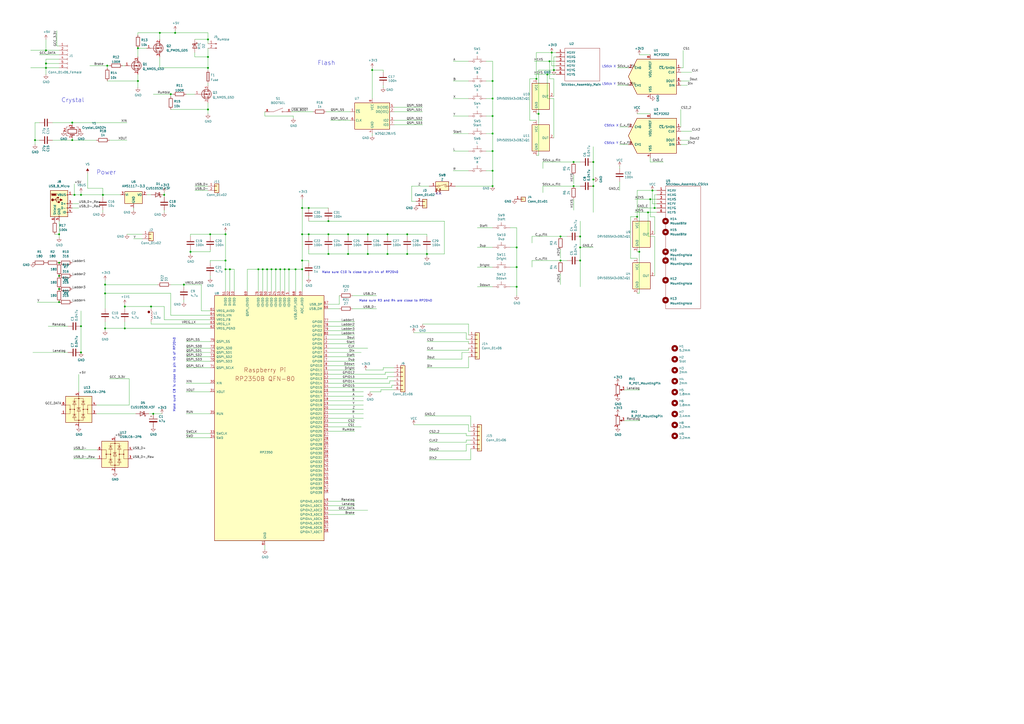
<source format=kicad_sch>
(kicad_sch (version 20231120) (generator "eeschema") (generator_version "8.0")
  (paper "A2")
  (junction (at 175.26 156.21))
  (junction (at 46.99 113.03))
  (junction (at 120.65 39.37))
  (junction (at 106.68 165.1))
  (junction (at 88.9 240.03))
  (junction (at 344.17 93.98))
  (junction (at 60.96 170.18))
  (junction (at 285.75 57.15))
  (junction (at 377.19 115.57))
  (junction (at 157.48 156.21))
  (junction (at 285.75 67.31))
  (junction (at 344.17 104.14))
  (junction (at 336.55 137.16))
  (junction (at 190.5 135.89))
  (junction (at 344.17 107.95))
  (junction (at 224.79 135.89))
  (junction (at 247.65 147.32))
  (junction (at 318.77 35.56))
  (junction (at 72.39 190.5))
  (junction (at 213.36 147.32))
  (junction (at 201.93 135.89))
  (junction (at 236.22 147.32))
  (junction (at 369.57 125.73))
  (junction (at 120.65 22.86))
  (junction (at 332.74 93.98))
  (junction (at 80.01 46.99))
  (junction (at 149.86 156.21))
  (junction (at 321.31 40.64))
  (junction (at 133.35 156.21))
  (junction (at 299.72 166.37))
  (junction (at 120.65 33.02))
  (junction (at 179.07 120.65))
  (junction (at 320.04 30.48))
  (junction (at 152.4 156.21))
  (junction (at 179.07 135.89))
  (junction (at 26.67 36.83))
  (junction (at 92.71 19.05))
  (junction (at 60.96 165.1))
  (junction (at 213.36 135.89))
  (junction (at 190.5 147.32))
  (junction (at 317.5 43.18))
  (junction (at 34.29 152.4))
  (junction (at 336.55 143.51))
  (junction (at 299.72 154.94))
  (junction (at 34.29 175.26))
  (junction (at 311.15 45.72))
  (junction (at 34.29 160.02))
  (junction (at 285.75 107.95))
  (junction (at 201.93 147.32))
  (junction (at 41.91 81.28))
  (junction (at 160.02 156.21))
  (junction (at 34.29 135.89))
  (junction (at 101.6 19.05))
  (junction (at 167.64 156.21))
  (junction (at 59.69 113.03))
  (junction (at 312.42 66.04))
  (junction (at 120.65 63.5))
  (junction (at 20.32 81.28))
  (junction (at 62.23 38.1))
  (junction (at 285.75 46.99))
  (junction (at 46.99 204.47))
  (junction (at 72.39 177.8))
  (junction (at 165.1 156.21))
  (junction (at 215.9 40.64))
  (junction (at 110.49 146.05))
  (junction (at 130.81 156.21))
  (junction (at 285.75 99.06))
  (junction (at 379.73 120.65))
  (junction (at 299.72 143.51))
  (junction (at 121.92 135.89))
  (junction (at 130.81 151.13))
  (junction (at 46.99 189.23))
  (junction (at 41.91 71.12))
  (junction (at 171.45 156.21))
  (junction (at 99.06 54.61))
  (junction (at 43.18 113.03))
  (junction (at 154.94 156.21))
  (junction (at 175.26 120.65))
  (junction (at 370.84 146.05))
  (junction (at 285.75 87.63))
  (junction (at 26.67 39.37))
  (junction (at 236.22 135.89))
  (junction (at 378.46 110.49))
  (junction (at 162.56 156.21))
  (junction (at 60.96 190.5))
  (junction (at 80.01 27.94))
  (junction (at 332.74 107.95))
  (junction (at 325.12 151.13))
  (junction (at 336.55 151.13))
  (junction (at 325.12 137.16))
  (junction (at 26.67 29.21))
  (junction (at 285.75 77.47))
  (junction (at 190.5 128.27))
  (junction (at 130.81 135.89))
  (junction (at 224.79 147.32))
  (junction (at 87.63 177.8))
  (junction (at 175.26 135.89))
  (junction (at 95.25 113.03))
  (junction (at 175.26 151.13))
  (junction (at 375.92 123.19))
  (junction (at 34.29 167.64))
  (no_connect (at 253.365 112.268))
  (no_connect (at 255.27 112.268))
  (wire (pts (xy 312.42 40.64) (xy 312.42 66.04)))
  (wire (pts (xy 273.05 252.73) (xy 270.51 252.73)))
  (wire (pts (xy 336.55 143.51) (xy 344.17 143.51)))
  (wire (pts (xy 120.65 22.86) (xy 120.65 19.05)))
  (wire (pts (xy 190.5 214.63) (xy 205.74 214.63)))
  (wire (pts (xy 308.61 137.16) (xy 308.61 140.97)))
  (wire (pts (xy 215.9 77.47) (xy 215.9 78.74)))
  (wire (pts (xy 281.94 67.31) (xy 285.75 67.31)))
  (wire (pts (xy 190.5 179.07) (xy 196.85 179.07)))
  (wire (pts (xy 95.25 113.03) (xy 95.25 114.3)))
  (wire (pts (xy 377.19 93.98) (xy 384.81 93.98)))
  (wire (pts (xy 72.39 179.07) (xy 72.39 177.8)))
  (wire (pts (xy 175.26 115.57) (xy 175.26 120.65)))
  (wire (pts (xy 238.76 107.95) (xy 248.92 107.95)))
  (wire (pts (xy 99.06 182.88) (xy 121.92 182.88)))
  (wire (pts (xy 318.77 45.72) (xy 318.77 35.56)))
  (wire (pts (xy 152.4 156.21) (xy 154.94 156.21)))
  (wire (pts (xy 190.5 137.16) (xy 190.5 135.89)))
  (wire (pts (xy 270.51 252.73) (xy 270.51 251.46)))
  (wire (pts (xy 299.72 166.37) (xy 299.72 171.45)))
  (wire (pts (xy 299.72 143.51) (xy 299.72 154.94)))
  (wire (pts (xy 60.96 165.1) (xy 60.96 170.18)))
  (wire (pts (xy 271.78 204.47) (xy 267.97 204.47)))
  (wire (pts (xy 120.65 59.69) (xy 120.65 63.5)))
  (wire (pts (xy 59.69 121.92) (xy 59.69 123.19)))
  (wire (pts (xy 175.26 135.89) (xy 175.26 151.13)))
  (wire (pts (xy 264.16 107.95) (xy 285.75 107.95)))
  (wire (pts (xy 336.55 143.51) (xy 336.55 151.13)))
  (wire (pts (xy 149.86 156.21) (xy 149.86 168.91)))
  (wire (pts (xy 121.92 251.46) (xy 107.95 251.46)))
  (wire (pts (xy 322.58 30.48) (xy 320.04 30.48)))
  (wire (pts (xy 43.18 113.03) (xy 46.99 113.03)))
  (wire (pts (xy 99.06 54.61) (xy 100.33 54.61)))
  (wire (pts (xy 120.65 39.37) (xy 120.65 40.64)))
  (wire (pts (xy 107.95 198.12) (xy 121.92 198.12)))
  (wire (pts (xy 401.32 41.91) (xy 394.97 41.91)))
  (wire (pts (xy 77.47 120.65) (xy 77.47 121.92)))
  (wire (pts (xy 224.79 147.32) (xy 213.36 147.32)))
  (wire (pts (xy 241.3 116.84) (xy 238.76 116.84)))
  (wire (pts (xy 365.76 149.86) (xy 365.76 125.73)))
  (wire (pts (xy 270.51 196.85) (xy 270.51 193.04)))
  (wire (pts (xy 160.02 156.21) (xy 160.02 168.91)))
  (wire (pts (xy 379.73 160.02) (xy 379.73 137.16)))
  (wire (pts (xy 39.37 189.23) (xy 27.94 189.23)))
  (wire (pts (xy 379.73 113.03) (xy 379.73 120.65)))
  (wire (pts (xy 153.67 67.31) (xy 170.18 67.31)))
  (wire (pts (xy 381 113.03) (xy 379.73 113.03)))
  (wire (pts (xy 248.92 266.7) (xy 273.05 266.7)))
  (wire (pts (xy 204.47 179.07) (xy 218.44 179.07)))
  (wire (pts (xy 236.22 147.32) (xy 247.65 147.32)))
  (wire (pts (xy 50.8 109.22) (xy 59.69 109.22)))
  (wire (pts (xy 190.5 186.69) (xy 205.74 186.69)))
  (wire (pts (xy 285.75 143.51) (xy 276.86 143.51)))
  (wire (pts (xy 190.5 298.45) (xy 205.74 298.45)))
  (wire (pts (xy 285.75 67.31) (xy 285.75 57.15)))
  (wire (pts (xy 121.92 152.4) (xy 121.92 151.13)))
  (wire (pts (xy 130.81 134.62) (xy 130.81 135.89)))
  (wire (pts (xy 110.49 137.16) (xy 110.49 135.89)))
  (wire (pts (xy 365.76 125.73) (xy 369.57 125.73)))
  (wire (pts (xy 170.18 67.31) (xy 170.18 68.58)))
  (wire (pts (xy 394.97 73.66) (xy 394.97 63.5)))
  (wire (pts (xy 179.07 152.4) (xy 179.07 151.13)))
  (wire (pts (xy 121.92 240.03) (xy 107.95 240.03)))
  (wire (pts (xy 63.5 81.28) (xy 73.66 81.28)))
  (wire (pts (xy 157.48 156.21) (xy 160.02 156.21)))
  (wire (pts (xy 270.51 255.27) (xy 270.51 256.54)))
  (wire (pts (xy 236.22 137.16) (xy 236.22 135.89)))
  (wire (pts (xy 95.25 185.42) (xy 121.92 185.42)))
  (wire (pts (xy 190.5 144.78) (xy 190.5 147.32)))
  (wire (pts (xy 121.92 137.16) (xy 121.92 135.89)))
  (wire (pts (xy 247.65 203.2) (xy 271.78 203.2)))
  (wire (pts (xy 80.01 19.05) (xy 80.01 20.32)))
  (wire (pts (xy 110.49 144.78) (xy 110.49 146.05)))
  (wire (pts (xy 107.95 222.25) (xy 121.92 222.25)))
  (wire (pts (xy 190.5 240.03) (xy 210.82 240.03)))
  (wire (pts (xy 314.96 93.98) (xy 332.74 93.98)))
  (wire (pts (xy 273.05 247.65) (xy 273.05 241.3)))
  (wire (pts (xy 257.81 128.27) (xy 257.81 147.32)))
  (wire (pts (xy 60.96 162.56) (xy 60.96 165.1)))
  (wire (pts (xy 73.66 135.89) (xy 82.55 135.89)))
  (wire (pts (xy 34.29 36.83) (xy 26.67 36.83)))
  (wire (pts (xy 55.88 240.03) (xy 78.74 240.03)))
  (wire (pts (xy 224.79 137.16) (xy 224.79 135.89)))
  (wire (pts (xy 308.61 137.16) (xy 325.12 137.16)))
  (wire (pts (xy 201.93 144.78) (xy 201.93 147.32)))
  (wire (pts (xy 378.46 110.49) (xy 369.57 110.49)))
  (wire (pts (xy 92.71 22.86) (xy 92.71 19.05)))
  (wire (pts (xy 116.84 165.1) (xy 116.84 180.34)))
  (wire (pts (xy 308.61 151.13) (xy 308.61 154.94)))
  (wire (pts (xy 72.39 177.8) (xy 87.63 177.8)))
  (wire (pts (xy 320.04 30.48) (xy 320.04 38.1)))
  (wire (pts (xy 42.545 266.065) (xy 56.515 266.065)))
  (wire (pts (xy 281.94 77.47) (xy 285.75 77.47)))
  (wire (pts (xy 106.68 165.1) (xy 106.68 166.37)))
  (wire (pts (xy 149.86 156.21) (xy 152.4 156.21)))
  (wire (pts (xy 167.64 168.91) (xy 167.64 156.21)))
  (wire (pts (xy 20.32 71.12) (xy 20.32 81.28)))
  (wire (pts (xy 273.05 255.27) (xy 270.51 255.27)))
  (wire (pts (xy 106.68 175.26) (xy 106.68 173.99)))
  (wire (pts (xy 311.15 30.48) (xy 311.15 45.72)))
  (wire (pts (xy 336.55 137.16) (xy 336.55 143.51)))
  (wire (pts (xy 22.86 31.75) (xy 34.29 31.75)))
  (wire (pts (xy 201.93 135.89) (xy 213.36 135.89)))
  (wire (pts (xy 332.74 121.92) (xy 332.74 115.57)))
  (wire (pts (xy 41.91 72.39) (xy 41.91 71.12)))
  (wire (pts (xy 344.17 123.19) (xy 344.17 107.95)))
  (wire (pts (xy 285.75 166.37) (xy 276.86 166.37)))
  (wire (pts (xy 344.17 93.98) (xy 344.17 85.09)))
  (wire (pts (xy 190.5 242.57) (xy 210.82 242.57)))
  (wire (pts (xy 59.69 113.03) (xy 69.85 113.03)))
  (wire (pts (xy 220.98 226.06) (xy 220.98 227.33)))
  (wire (pts (xy 120.65 27.94) (xy 120.65 33.02)))
  (wire (pts (xy 190.5 245.11) (xy 205.74 245.11)))
  (wire (pts (xy 113.03 22.86) (xy 120.65 22.86)))
  (wire (pts (xy 317.5 43.18) (xy 322.58 43.18)))
  (wire (pts (xy 375.92 137.16) (xy 375.92 123.19)))
  (wire (pts (xy 370.84 170.18) (xy 370.84 146.05)))
  (wire (pts (xy 179.07 135.89) (xy 190.5 135.89)))
  (wire (pts (xy 321.31 40.64) (xy 312.42 40.64)))
  (wire (pts (xy 80.01 27.94) (xy 80.01 33.02)))
  (wire (pts (xy 314.96 107.95) (xy 332.74 107.95)))
  (wire (pts (xy 160.02 156.21) (xy 162.56 156.21)))
  (wire (pts (xy 227.33 224.79) (xy 190.5 224.79)))
  (wire (pts (xy 80.01 27.94) (xy 85.09 27.94)))
  (wire (pts (xy 394.97 39.37) (xy 396.24 39.37)))
  (wire (pts (xy 248.92 256.54) (xy 270.51 256.54)))
  (wire (pts (xy 271.78 207.01) (xy 271.78 213.36)))
  (wire (pts (xy 271.78 99.06) (xy 262.89 99.06)))
  (wire (pts (xy 92.71 19.05) (xy 101.6 19.05)))
  (wire (pts (xy 325.12 137.16) (xy 328.93 137.16)))
  (wire (pts (xy 375.92 123.19) (xy 381 123.19)))
  (wire (pts (xy 394.97 81.28) (xy 400.05 81.28)))
  (wire (pts (xy 162.56 156.21) (xy 162.56 168.91)))
  (wire (pts (xy 99.06 165.1) (xy 106.68 165.1)))
  (wire (pts (xy 120.65 33.02) (xy 113.03 33.02)))
  (wire (pts (xy 224.79 218.44) (xy 224.79 219.71)))
  (wire (pts (xy 215.9 39.37) (xy 215.9 40.64)))
  (wire (pts (xy 222.25 213.36) (xy 222.25 214.63)))
  (wire (pts (xy 34.29 39.37) (xy 26.67 39.37)))
  (wire (pts (xy 165.1 156.21) (xy 165.1 168.91)))
  (wire (pts (xy 196.85 176.53) (xy 196.85 171.45)))
  (wire (pts (xy 113.03 33.02) (xy 113.03 30.48)))
  (wire (pts (xy 332.74 93.98) (xy 336.55 93.98)))
  (wire (pts (xy 222.25 40.64) (xy 215.9 40.64)))
  (wire (pts (xy 364.49 73.66) (xy 359.41 73.66)))
  (wire (pts (xy 226.06 222.25) (xy 190.5 222.25)))
  (wire (pts (xy 92.71 33.02) (xy 92.71 39.37)))
  (wire (pts (xy 228.6 62.23) (xy 245.11 62.23)))
  (wire (pts (xy 120.65 33.02) (xy 120.65 39.37)))
  (wire (pts (xy 63.5 219.71) (xy 74.93 219.71)))
  (wire (pts (xy 358.14 49.53) (xy 364.49 49.53)))
  (wire (pts (xy 285.75 99.06) (xy 285.75 107.95)))
  (wire (pts (xy 189.23 64.77) (xy 203.2 64.77)))
  (wire (pts (xy 46.99 113.03) (xy 59.69 113.03)))
  (wire (pts (xy 133.35 156.21) (xy 133.35 168.91)))
  (wire (pts (xy 299.72 154.94) (xy 299.72 166.37)))
  (wire (pts (xy 41.91 120.65) (xy 45.72 120.65)))
  (wire (pts (xy 285.75 57.15) (xy 285.75 46.99)))
  (wire (pts (xy 95.25 185.42) (xy 95.25 177.8)))
  (wire (pts (xy 369.57 66.04) (xy 377.19 66.04)))
  (wire (pts (xy 285.75 154.94) (xy 276.86 154.94)))
  (wire (pts (xy 317.5 57.15) (xy 317.5 43.18)))
  (wire (pts (xy 227.33 223.52) (xy 228.6 223.52)))
  (wire (pts (xy 273.05 257.81) (xy 270.51 257.81)))
  (wire (pts (xy 41.91 113.03) (xy 43.18 113.03)))
  (wire (pts (xy 285.75 99.06) (xy 285.75 87.63)))
  (wire (pts (xy 121.92 151.13) (xy 130.81 151.13)))
  (wire (pts (xy 190.5 135.89) (xy 201.93 135.89)))
  (wire (pts (xy 190.5 128.27) (xy 257.81 128.27)))
  (wire (pts (xy 52.07 38.1) (xy 62.23 38.1)))
  (wire (pts (xy 45.72 217.17) (xy 45.72 227.33)))
  (wire (pts (xy 271.78 46.99) (xy 262.89 46.99)))
  (wire (pts (xy 308.61 151.13) (xy 325.12 151.13)))
  (wire (pts (xy 175.26 135.89) (xy 179.07 135.89)))
  (wire (pts (xy 307.34 45.72) (xy 311.15 45.72)))
  (wire (pts (xy 121.92 146.05) (xy 121.92 144.78)))
  (wire (pts (xy 344.17 104.14) (xy 344.17 93.98)))
  (wire (pts (xy 42.545 260.985) (xy 56.515 260.985)))
  (wire (pts (xy 80.01 43.18) (xy 80.01 46.99)))
  (wire (pts (xy 271.78 250.19) (xy 271.78 246.38)))
  (wire (pts (xy 321.31 55.88) (xy 321.31 45.72)))
  (wire (pts (xy 171.45 156.21) (xy 171.45 168.91)))
  (wire (pts (xy 271.78 67.31) (xy 262.89 67.31)))
  (wire (pts (xy 143.51 168.91) (xy 143.51 156.21)))
  (wire (pts (xy 228.6 226.06) (xy 220.98 226.06)))
  (wire (pts (xy 190.5 209.55) (xy 205.74 209.55)))
  (wire (pts (xy 87.63 177.8) (xy 87.63 179.07)))
  (wire (pts (xy 34.29 29.21) (xy 26.67 29.21)))
  (wire (pts (xy 224.79 135.89) (xy 236.22 135.89)))
  (wire (pts (xy 190.5 176.53) (xy 196.85 176.53)))
  (wire (pts (xy 368.3 115.57) (xy 377.19 115.57)))
  (wire (pts (xy 240.03 246.38) (xy 271.78 246.38)))
  (wire (pts (xy 271.78 87.63) (xy 262.89 87.63)))
  (wire (pts (xy 190.5 194.31) (xy 205.74 194.31)))
  (wire (pts (xy 190.5 196.85) (xy 205.74 196.85)))
  (wire (pts (xy 325.12 165.1) (xy 325.12 158.75)))
  (wire (pts (xy 246.38 241.3) (xy 273.05 241.3)))
  (wire (pts (xy 175.26 120.65) (xy 175.26 135.89)))
  (wire (pts (xy 378.46 110.49) (xy 378.46 118.11)))
  (wire (pts (xy 179.07 120.65) (xy 190.5 120.65)))
  (wire (pts (xy 358.14 39.37) (xy 364.49 39.37)))
  (wire (pts (xy 236.22 144.78) (xy 236.22 147.32)))
  (wire (pts (xy 336.55 166.37) (xy 336.55 151.13)))
  (wire (pts (xy 99.06 54.61) (xy 99.06 55.88)))
  (wire (pts (xy 314.96 93.98) (xy 314.96 97.79)))
  (wire (pts (xy 135.89 156.21) (xy 135.89 168.91)))
  (wire (pts (xy 240.03 193.04) (xy 270.51 193.04)))
  (wire (pts (xy 369.57 170.18) (xy 370.84 170.18)))
  (wire (pts (xy 62.23 38.1) (xy 63.5 38.1)))
  (wire (pts (xy 321.31 33.02) (xy 321.31 40.64)))
  (wire (pts (xy 34.29 135.89) (xy 34.29 128.27)))
  (wire (pts (xy 228.6 213.36) (xy 222.25 213.36)))
  (wire (pts (xy 398.78 49.53) (xy 394.97 49.53)))
  (wire (pts (xy 175.26 156.21) (xy 175.26 168.91)))
  (wire (pts (xy 321.31 45.72) (xy 318.77 45.72)))
  (wire (pts (xy 74.93 234.95) (xy 74.93 219.71)))
  (wire (pts (xy 247.65 147.32) (xy 247.65 148.59)))
  (wire (pts (xy 285.75 87.63) (xy 285.75 77.47)))
  (wire (pts (xy 222.25 214.63) (xy 212.09 214.63)))
  (wire (pts (xy 22.86 81.28) (xy 20.32 81.28)))
  (wire (pts (xy 295.91 166.37) (xy 299.72 166.37)))
  (wire (pts (xy 50.8 100.33) (xy 50.8 109.22)))
  (wire (pts (xy 295.91 132.08) (xy 299.72 132.08)))
  (wire (pts (xy 321.31 57.15) (xy 317.5 57.15)))
  (wire (pts (xy 377.19 91.44) (xy 377.19 93.98)))
  (wire (pts (xy 311.15 90.17) (xy 312.42 90.17)))
  (wire (pts (xy 332.74 107.95) (xy 336.55 107.95)))
  (wire (pts (xy 247.65 144.78) (xy 247.65 147.32)))
  (wire (pts (xy 359.41 110.49) (xy 359.41 105.41)))
  (wire (pts (xy 226.06 220.98) (xy 226.06 222.25)))
  (wire (pts (xy 143.51 156.21) (xy 149.86 156.21)))
  (wire (pts (xy 107.95 207.01) (xy 121.92 207.01)))
  (wire (pts (xy 19.05 204.47) (xy 39.37 204.47)))
  (wire (pts (xy 228.6 64.77) (xy 245.11 64.77)))
  (wire (pts (xy 99.06 170.18) (xy 99.06 182.88)))
  (wire (pts (xy 87.63 113.03) (xy 85.09 113.03)))
  (wire (pts (xy 179.07 137.16) (xy 179.07 135.89)))
  (wire (pts (xy 43.18 106.68) (xy 43.18 113.03)))
  (wire (pts (xy 248.92 261.62) (xy 270.51 261.62)))
  (wire (pts (xy 224.79 144.78) (xy 224.79 147.32)))
  (wire (pts (xy 228.6 69.85) (xy 245.11 69.85)))
  (wire (pts (xy 400.05 46.99) (xy 394.97 46.99)))
  (wire (pts (xy 271.78 35.56) (xy 262.89 35.56)))
  (wire (pts (xy 270.51 257.81) (xy 270.51 261.62)))
  (wire (pts (xy 30.48 71.12) (xy 41.91 71.12)))
  (wire (pts (xy 223.52 215.9) (xy 223.52 217.17)))
  (wire (pts (xy 190.5 232.41) (xy 210.82 232.41)))
  (wire (pts (xy 121.92 160.02) (xy 121.92 161.29)))
  (wire (pts (xy 179.07 128.27) (xy 190.5 128.27)))
  (wire (pts (xy 130.81 151.13) (xy 130.81 156.21)))
  (wire (pts (xy 379.73 135.89) (xy 379.73 125.73)))
  (wire (pts (xy 271.78 199.39) (xy 271.78 198.12)))
  (wire (pts (xy 88.9 54.61) (xy 99.06 54.61)))
  (wire (pts (xy 46.99 189.23) (xy 46.99 180.34)))
  (wire (pts (xy 190.5 293.37) (xy 205.74 293.37)))
  (wire (pts (xy 60.96 190.5) (xy 72.39 190.5)))
  (wire (pts (xy 167.64 156.21) (xy 171.45 156.21)))
  (wire (pts (xy 295.91 154.94) (xy 299.72 154.94)))
  (wire (pts (xy 201.93 147.32) (xy 190.5 147.32)))
  (wire (pts (xy 359.41 83.82) (xy 364.49 83.82)))
  (wire (pts (xy 95.25 121.92) (xy 95.25 123.19)))
  (wire (pts (xy 190.5 250.19) (xy 205.74 250.19)))
  (wire (pts (xy 190.5 191.77) (xy 205.74 191.77)))
  (wire (pts (xy 88.9 240.03) (xy 93.98 240.03)))
  (wire (pts (xy 257.81 147.32) (xy 247.65 147.32)))
  (wire (pts (xy 171.45 156.21) (xy 175.26 156.21)))
  (wire (pts (xy 175.26 151.13) (xy 179.07 151.13)))
  (wire (pts (xy 190.5 199.39) (xy 205.74 199.39)))
  (wire (pts (xy 285.75 35.56) (xy 285.75 46.99)))
  (wire (pts (xy 307.34 69.85) (xy 307.34 45.72)))
  (wire (pts (xy 285.75 77.47) (xy 285.75 67.31)))
  (wire (pts (xy 179.07 144.78) (xy 179.07 147.32)))
  (wire (pts (xy 154.94 156.21) (xy 154.94 168.91)))
  (wire (pts (xy 190.5 295.91) (xy 213.36 295.91)))
  (wire (pts (xy 107.95 201.93) (xy 121.92 201.93)))
  (wire (pts (xy 86.36 240.03) (xy 88.9 240.03)))
  (wire (pts (xy 379.73 137.16) (xy 375.92 137.16)))
  (wire (pts (xy 344.17 104.14) (xy 344.17 107.95)))
  (wire (pts (xy 110.49 146.05) (xy 121.92 146.05)))
  (wire (pts (xy 59.69 109.22) (xy 59.69 113.03)))
  (wire (pts (xy 60.96 170.18) (xy 99.06 170.18)))
  (wire (pts (xy 45.72 118.11) (xy 41.91 118.11)))
  (wire (pts (xy 191.77 69.85) (xy 203.2 69.85)))
  (wire (pts (xy 378.46 118.11) (xy 381 118.11)))
  (wire (pts (xy 222.25 41.91) (xy 222.25 40.64)))
  (wire (pts (xy 213.36 137.16) (xy 213.36 135.89)))
  (wire (pts (xy 369.57 149.86) (xy 365.76 149.86)))
  (wire (pts (xy 175.26 151.13) (xy 175.26 156.21)))
  (wire (pts (xy 224.79 218.44) (xy 228.6 218.44)))
  (wire (pts (xy 314.96 107.95) (xy 314.96 111.76)))
  (wire (pts (xy 381 110.49) (xy 378.46 110.49)))
  (wire (pts (xy 309.88 35.56) (xy 318.77 35.56)))
  (wire (pts (xy 72.39 176.53) (xy 72.39 177.8)))
  (wire (pts (xy 59.69 114.3) (xy 59.69 113.03)))
  (wire (pts (xy 60.96 170.18) (xy 60.96 179.07)))
  (wire (pts (xy 332.74 106.68) (xy 332.74 101.6)))
  (wire (pts (xy 247.65 213.36) (xy 271.78 213.36)))
  (wire (pts (xy 110.49 135.89) (xy 121.92 135.89)))
  (wire (pts (xy 41.91 71.12) (xy 73.66 71.12)))
  (wire (pts (xy 271.78 201.93) (xy 271.78 203.2)))
  (wire (pts (xy 321.31 80.01) (xy 321.31 57.15)))
  (wire (pts (xy 190.5 247.65) (xy 209.55 247.65)))
  (wire (pts (xy 228.6 72.39) (xy 245.11 72.39)))
  (wire (pts (xy 106.68 165.1) (xy 116.84 165.1)))
  (wire (pts (xy 110.49 146.05) (xy 110.49 147.32)))
  (wire (pts (xy 60.96 186.69) (xy 60.96 190.5)))
  (wire (pts (xy 204.47 171.45) (xy 218.44 171.45)))
  (wire (pts (xy 154.94 156.21) (xy 157.48 156.21)))
  (wire (pts (xy 60.96 191.77) (xy 60.96 190.5)))
  (wire (pts (xy 34.29 137.795) (xy 34.29 135.89)))
  (wire (pts (xy 17.78 29.21) (xy 26.67 29.21)))
  (wire (pts (xy 238.76 116.84) (xy 238.76 107.95)))
  (wire (pts (xy 190.5 212.09) (xy 205.74 212.09)))
  (wire (pts (xy 236.22 135.89) (xy 247.65 135.89)))
  (wire (pts (xy 273.05 260.35) (xy 273.05 266.7)))
  (wire (pts (xy 394.97 76.2) (xy 401.32 76.2)))
  (wire (pts (xy 201.93 137.16) (xy 201.93 135.89)))
  (wire (pts (xy 369.57 110.49) (xy 369.57 125.73)))
  (wire (pts (xy 21.59 175.26) (xy 34.29 175.26)))
  (wire (pts (xy 247.65 208.28) (xy 267.97 208.28)))
  (wire (pts (xy 222.25 49.53) (xy 222.25 50.8)))
  (wire (pts (xy 377.19 125.73) (xy 377.19 115.57)))
  (wire (pts (xy 325.12 151.13) (xy 328.93 151.13)))
  (wire (pts (xy 190.5 204.47) (xy 209.55 204.47)))
  (wire (pts (xy 120.65 39.37) (xy 92.71 39.37)))
  (wire (pts (xy 370.84 146.05) (xy 369.57 146.05)))
  (wire (pts (xy 99.06 63.5) (xy 120.65 63.5)))
  (wire (pts (xy 152.4 156.21) (xy 152.4 168.91)))
  (wire (pts (xy 396.24 29.21) (xy 396.24 39.37)))
  (wire (pts (xy 130.81 156.21) (xy 130.81 168.91)))
  (wire (pts (xy 281.94 99.06) (xy 285.75 99.06)))
  (wire (pts (xy 26.67 34.29) (xy 26.67 36.83)))
  (wire (pts (xy 133.35 156.21) (xy 135.89 156.21)))
  (wire (pts (xy 190.5 189.23) (xy 205.74 189.23)))
  (wire (pts (xy 121.92 213.36) (xy 107.95 213.36)))
  (wire (pts (xy 46.99 204.47) (xy 46.99 189.23)))
  (wire (pts (xy 62.23 38.1) (xy 62.23 39.37)))
  (wire (pts (xy 130.81 135.89) (xy 130.81 151.13)))
  (wire (pts (xy 190.5 229.87) (xy 210.82 229.87)))
  (wire (pts (xy 20.32 81.28) (xy 20.32 83.82)))
  (wire (pts (xy 71.12 38.1) (xy 72.39 38.1)))
  (wire (pts (xy 121.92 135.89) (xy 130.81 135.89)))
  (wire (pts (xy 62.23 46.99) (xy 80.01 46.99)))
  (wire (pts (xy 95.25 111.76) (xy 95.25 113.03)))
  (wire (pts (xy 190.5 201.93) (xy 213.36 201.93)))
  (wire (pts (xy 312.42 90.17) (xy 312.42 66.04)))
  (wire (pts (xy 312.42 66.04) (xy 311.15 66.04)))
  (wire (pts (xy 281.94 46.99) (xy 285.75 46.99)))
  (wire (pts (xy 87.63 187.96) (xy 87.63 186.69)))
  (wire (pts (xy 162.56 156.21) (xy 165.1 156.21)))
  (wire (pts (xy 362.204 226.187) (xy 371.094 226.187)))
  (wire (pts (xy 26.67 39.37) (xy 26.67 43.18)))
  (wire (pts (xy 318.77 35.56) (xy 322.58 35.56)))
  (wire (pts (xy 295.91 143.51) (xy 299.72 143.51)))
  (wire (pts (xy 190.5 207.01) (xy 205.74 207.01)))
  (wire (pts (xy 370.84 120.65) (xy 370.84 146.05)))
  (wire (pts (xy 248.92 251.46) (xy 270.51 251.46)))
  (wire (pts (xy 113.03 110.49) (xy 120.65 110.49)))
  (wire (pts (xy 107.95 204.47) (xy 121.92 204.47)))
  (wire (pts (xy 157.48 156.21) (xy 157.48 168.91)))
  (wire (pts (xy 267.97 204.47) (xy 267.97 208.28)))
  (wire (pts (xy 101.6 17.78) (xy 101.6 19.05)))
  (wire (pts (xy 120.65 25.4) (xy 120.65 22.86)))
  (wire (pts (xy 33.02 26.67) (xy 33.02 17.78)))
  (wire (pts (xy 299.72 132.08) (xy 299.72 143.51)))
  (wire (pts (xy 22.86 71.12) (xy 20.32 71.12)))
  (wire (pts (xy 72.39 190.5) (xy 121.92 190.5)))
  (wire (pts (xy 271.78 196.85) (xy 270.51 196.85)))
  (wire (pts (xy 120.65 63.5) (xy 120.65 66.04)))
  (wire (pts (xy 224.79 219.71) (xy 190.5 219.71)))
  (wire (pts (xy 322.58 33.02) (xy 321.31 33.02)))
  (wire (pts (xy 213.36 144.78) (xy 213.36 147.32)))
  (wire (pts (xy 281.94 57.15) (xy 285.75 57.15)))
  (wire (pts (xy 271.78 57.15) (xy 262.89 57.15)))
  (wire (pts (xy 236.22 147.32) (xy 224.79 147.32)))
  (wire (pts (xy 321.31 40.64) (xy 322.58 40.64)))
  (wire (pts (xy 220.98 227.33) (xy 214.63 227.33)))
  (wire (pts (xy 309.88 43.18) (xy 317.5 43.18)))
  (wire (pts (xy 271.78 194.31) (xy 271.78 187.96)))
  (wire (pts (xy 247.65 137.16) (xy 247.65 135.89)))
  (wire (pts (xy 273.05 250.19) (xy 271.78 250.19)))
  (wire (pts (xy 226.06 220.98) (xy 228.6 220.98)))
  (wire (pts (xy 320.04 30.48) (xy 311.15 30.48)))
  (wire (pts (xy 87.63 187.96) (xy 121.92 187.96)))
  (wire (pts (xy 130.81 156.21) (xy 133.35 156.21)))
  (wire (pts (xy 34.29 26.67) (xy 33.02 26.67)))
  (wire (pts (xy 60.96 165.1) (xy 91.44 165.1)))
  (wire (pts (xy 116.84 180.34) (xy 121.92 180.34)))
  (wire (pts (xy 179.07 120.65) (xy 175.26 120.65)))
  (wire (pts (xy 213.36 147.32) (xy 201.93 147.32)))
  (wire (pts (xy 368.3 123.19) (xy 375.92 123.19)))
  (wire (pts (xy 320.04 38.1) (xy 322.58 38.1)))
  (wire (pts (xy 107.95 54.61) (xy 113.03 54.61)))
  (wire (pts (xy 271.78 77.47) (xy 262.89 77.47)))
  (wire (pts (xy 377.19 115.57) (xy 381 115.57)))
  (wire (pts (xy 77.47 138.43) (xy 82.55 138.43)))
  (wire (pts (xy 190.5 147.32) (xy 179.07 147.32)))
  (wire (pts (xy 281.94 35.56) (xy 285.75 35.56)))
  (wire (pts (xy 153.67 64.77) (xy 153.67 67.31)))
  (wire (pts (xy 379.73 120.65) (xy 381 120.65)))
  (wire (pts (xy 190.5 227.33) (xy 210.82 227.33)))
  (wire (pts (xy 247.65 198.12) (xy 271.78 198.12)))
  (wire (pts (xy 213.36 135.89) (xy 224.79 135.89)))
  (wire (pts (xy 223.52 215.9) (xy 228.6 215.9)))
  (wire (pts (xy 26.67 36.83) (xy 26.67 39.37)))
  (wire (pts (xy 113.03 107.95) (xy 120.65 107.95)))
  (wire (pts (xy 379.73 125.73) (xy 377.19 125.73)))
  (wire (pts (xy 336.55 137.16) (xy 336.55 128.27)))
  (wire (pts (xy 41.91 81.28) (xy 55.88 81.28)))
  (wire (pts (xy 80.01 46.99) (xy 80.01 50.8)))
  (wire (pts (xy 30.48 81.28) (xy 41.91 81.28)))
  (wire (pts (xy 190.5 290.83) (xy 205.74 290.83)))
  (wire (pts (xy 95.25 177.8) (xy 87.63 177.8)))
  (wire (pts (xy 153.67 316.23) (xy 153.67 318.77)))
  (wire (pts (xy 362.204 243.967) (xy 371.094 243.967)))
  (wire (pts (xy 107.95 209.55) (xy 121.92 209.55)))
  (wire (pts (xy 41.91 80.01) (xy 41.91 81.28)))
  (wire (pts (xy 179.07 160.02) (xy 179.07 161.29)))
  (wire (pts (xy 285.75 132.08) (xy 276.86 132.08)))
  (wire (pts (xy 181.61 64.77) (xy 168.91 64.77)))
  (wire (pts (xy 26.67 29.21) (xy 26.67 22.86)))
  (wire (pts (xy 165.1 156.21) (xy 167.64 156.21)))
  (wire (pts (xy 31.75 135.89) (xy 34.29 135.89)))
  (wire (pts (xy 190.5 237.49) (xy 210.82 237.49)))
  (wire (pts (xy 72.39 186.69) (xy 72.39 190.5)))
  (wire (pts (xy 325.12 149.86) (xy 325.12 144.78)))
  (wire (pts (xy 245.11 187.96) (xy 271.78 187.96)))
  (wire (pts (xy 120.65 48.26) (xy 120.65 49.53)))
  (wire (pts (xy 46.99 111.76) (xy 46.99 113.03)))
  (wire (pts (xy 121.92 227.33) (xy 107.95 227.33)))
  (wire (pts (xy 92.71 19.05) (xy 80.01 19.05)))
  (wire (pts (xy 394.97 83.82) (xy 398.78 83.82)))
  (wire (pts (xy 223.52 217.17) (xy 190.5 217.17)))
  (wire (pts (xy 215.9 40.64) (xy 215.9 57.15)))
  (wire (pts (xy 190.5 234.95) (xy 210.82 234.95)))
  (wire (pts (xy 34.29 34.29) (xy 26.67 34.29)))
  (wire (pts (xy 379.73 120.65) (xy 370.84 120.65)))
  (wire (pts (xy 359.41 97.79) (xy 359.41 96.52)))
  (wire (pts (xy 227.33 223.52) (xy 227.33 224.79)))
  (wire (pts (xy 55.88 234.95) (xy 74.93 234.95)))
  (wire (pts (xy 121.92 254) (xy 107.95 254)))
  (wire (pts (xy 17.78 39.37) (xy 26.67 39.37)))
  (wire (pts (xy 120.65 19.05) (xy 101.6 19.05)))
  (wire (pts (xy 311.15 69.85) (xy 307.34 69.85)))
  (wire (pts (xy 370.84 31.75) (xy 377.19 31.75)))
  (wire (pts (xy 281.94 87.63) (xy 285.75 87.63)))
  (circle (center 86.36 180.975) (radius 0.635) (stroke (width 0) (color 132 0 0 1)) (fill (type color) (color 132 0 0 1)))
  (text "Power" (at 55.88 101.6 0) (effects (font (size 2.54 2.54)) (justify left bottom)))
  (text "LStick Y\n" (at 349.25 49.53 0) (effects (font (size 1.27 1.27)) (justify left bottom)))
  (text "Make sure C10 is close to pin 44 of RP2040" (at 186.69 158.75 0) (effects (font (size 1.27 1.27)) (justify left bottom)))
  (text "CStick Y\n" (at 350.52 83.82 0) (effects (font (size 1.27 1.27)) (justify left bottom)))
  (text "Make sure R3 and R4 are close to RP2040" (at 208.28 175.26 0) (effects (font (size 1.27 1.27)) (justify left bottom)))
  (text "Make sure C8 is close to pin 45 of RP2040" (at 101.854 239.014 90) (effects (font (size 1.27 1.27)) (justify left bottom)))
  (text "Flash" (at 184.15 38.1 0) (effects (font (size 2.54 2.54)) (justify left bottom)))
  (text "Crystal" (at 35.56 59.69 0) (effects (font (size 2.54 2.54)) (justify left bottom)))
  (text "CStick X" (at 350.52 73.66 0) (effects (font (size 1.27 1.27)) (justify left bottom)))
  (text "LStick X" (at 349.25 39.37 0) (effects (font (size 1.27 1.27)) (justify left bottom)))
  (label "QSPI_SD0" (at 245.11 62.23 180))
  (label "Start" (at 205.74 199.39 180))
  (label "A" (at 262.89 35.56 0))
  (label "QSPI_SD2" (at 245.11 69.85 180))
  (label "XIN" (at 107.95 222.25 0))
  (label "VREG_LX" (at 105.41 187.96 0))
  (label "GCC_DATA" (at 22.86 31.75 0))
  (label "Stick_x_filt" (at 325.12 107.95 180))
  (label "Stick_x_filt" (at 358.14 39.37 0))
  (label "Ranalog" (at 38.1 189.23 180))
  (label "X" (at 205.74 232.41 180))
  (label "GPIO12" (at 205.74 217.17 180))
  (label "QSPI_SD3" (at 245.11 72.39 180))
  (label "Din" (at 247.65 213.36 0))
  (label "CS2_2" (at 248.92 251.46 0))
  (label "Ddown" (at 205.74 212.09 180))
  (label "H1YS" (at 309.88 43.18 0))
  (label "V" (at 21.59 175.26 0))
  (label "GCC_DATA" (at 205.74 295.91 180))
  (label "L" (at 262.89 87.63 0))
  (label "CS2" (at 205.74 245.11 180))
  (label "Din2" (at 248.92 266.7 0))
  (label "Lanalog" (at 205.74 293.37 180))
  (label "H1XS" (at 332.74 120.65 90))
  (label "Brake" (at 205.74 298.45 180))
  (label "CLK2" (at 248.92 256.54 0))
  (label "CLK2" (at 401.32 76.2 0))
  (label "XIN" (at 73.66 71.12 180))
  (label "USB_D+" (at 76.835 260.985 0))
  (label "QSPI_SS" (at 191.77 64.77 0))
  (label "Rumble" (at 91.44 54.61 0))
  (label "H1XS" (at 309.88 35.56 0))
  (label "SWD" (at 107.95 254 0))
  (label "+5V" (at 66.675 253.365 0))
  (label "SWCLK" (at 107.95 251.46 0))
  (label "Dleft" (at 278.13 132.08 0))
  (label "Ladder2" (at 41.91 160.02 0))
  (label "Z" (at 204.47 237.49 0))
  (label "QSPI_SD1" (at 107.95 204.47 0))
  (label "CLK" (at 247.65 203.2 0))
  (label "B" (at 262.89 46.99 0))
  (label "CS1" (at 396.24 29.21 0))
  (label "XOUT" (at 107.95 227.33 0))
  (label "Dup" (at 205.74 209.55 180))
  (label "Dout" (at 400.05 46.99 0))
  (label "Z" (at 242.57 107.95 0))
  (label "QSPI_SS" (at 107.95 198.12 0))
  (label "USB_D+" (at 113.03 107.95 0))
  (label "QSPI_SD0" (at 107.95 201.93 0))
  (label "CS1" (at 205.74 247.65 180))
  (label "Dout" (at 247.65 208.28 0))
  (label "XOUT" (at 73.66 81.28 180))
  (label "Dout2" (at 400.05 81.28 0))
  (label "A" (at 205.74 229.87 180))
  (label "VREG_AVDD" (at 107.315 165.1 0))
  (label "Stick_y_filt" (at 325.12 93.98 180))
  (label "C_x_filt" (at 317.5 151.13 180))
  (label "GCC_3.3V" (at 63.5 219.71 0))
  (label "R" (at 205.74 240.03 180))
  (label "Ranalog" (at 205.74 290.83 180))
  (label "GND_C" (at 384.81 93.98 180))
  (label "B" (at 205.74 227.33 180))
  (label "QSPI_SCLK" (at 191.77 69.85 0))
  (label "GPIO15" (at 205.74 224.79 180))
  (label "GCC_3.3V" (at 33.02 17.78 270))
  (label "Ladder1" (at 41.91 152.4 0))
  (label "Dright" (at 278.13 154.94 0))
  (label "Ranalog" (at 363.474 243.967 0))
  (label "H1YS" (at 332.74 105.41 90))
  (label "C_y_filt" (at 317.5 137.16 180))
  (label "Start" (at 262.89 77.47 0))
  (label "Ladder1" (at 205.74 186.69 180))
  (label "Ladder2" (at 205.74 189.23 180))
  (label "QSPI_SD3" (at 107.95 209.55 0))
  (label "Dright" (at 205.74 214.63 180))
  (label "H2YS" (at 325.12 148.59 90))
  (label "GND_C" (at 344.17 143.51 180))
  (label "QSPI_SCLK" (at 107.95 213.36 0))
  (label "GND_C" (at 246.38 241.3 0))
  (label "USB_D+_Raw" (at 76.835 266.065 0))
  (label "USB_D-_Raw" (at 45.72 120.65 0))
  (label "Din2" (at 398.78 83.82 0))
  (label "Ddown" (at 278.13 166.37 0))
  (label "H2YS" (at 368.3 123.19 0))
  (label "QSPI_SD2" (at 107.95 207.01 0))
  (label "GND_C" (at 375.92 120.65 180))
  (label "R" (at 262.89 99.06 0))
  (label "V" (at 77.47 138.43 0))
  (label "H2XS" (at 325.12 163.83 90))
  (label "Rumble" (at 205.74 250.19 180))
  (label "C_x_filt" (at 359.41 73.66 0))
  (label "RUN" (at 107.95 240.03 0))
  (label "L" (at 204.47 242.57 0))
  (label "Stick_y_filt" (at 358.14 49.53 0))
  (label "CLK" (at 401.32 41.91 0))
  (label "GPIO13" (at 205.74 219.71 180))
  (label "Lanalog" (at 363.474 226.187 0))
  (label "Ladder4" (at 205.74 194.31 180))
  (label "Dout" (at 205.74 196.85 180))
  (label "Din" (at 398.78 49.53 0))
  (label "Y" (at 262.89 67.31 0))
  (label "Din" (at 205.74 204.47 180))
  (label "Ladder3" (at 41.91 167.64 0))
  (label "GND_C" (at 359.41 110.49 180))
  (label "C_y_filt" (at 359.41 83.82 0))
  (label "GCC_DATA" (at 35.56 234.95 180))
  (label "Brake" (at 54.61 38.1 0))
  (label "H2XS" (at 368.3 115.57 0))
  (label "USB_D-_Raw" (at 42.545 266.065 0))
  (label "USB_D-" (at 113.03 110.49 0))
  (label "+5V" (at 45.72 217.17 0))
  (label "QSPI_SD1" (at 245.11 64.77 180))
  (label "~{USB_BOOT}" (at 168.91 64.77 0))
  (label "USB_D+" (at 218.44 171.45 180))
  (label "Y" (at 205.74 234.95 180))
  (label "Dout2" (at 248.92 261.62 0))
  (label "Lanalog" (at 38.1 204.47 180))
  (label "Dleft" (at 205.74 207.01 180))
  (label "GPIO14" (at 205.74 222.25 180))
  (label "X" (at 262.89 57.15 0))
  (label "CS2" (at 247.65 198.12 0))
  (label "CS2_2" (at 394.97 63.5 0))
  (label "CLK" (at 205.74 201.93 180))
  (label "USB_D-" (at 42.545 260.985 0))
  (label "Dup" (at 278.13 143.51 0))
  (label "USB_D+_Raw" (at 45.72 118.11 0))
  (label "Ladder3" (at 205.74 191.77 180))
  (label "Ladder4" (at 41.91 175.26 0))
  (label "+5V" (at 43.18 106.68 0))
  (label "USB_D-" (at 218.44 179.07 180))
  (symbol (lib_id "Switch:SW_Push") (at 276.86 35.56 0) (unit 1)
    (property "Reference" "SW1" (at 276.86 28.321 0))
    (property "Value" "A" (at 276.86 30.6324 0))
    (property "Footprint" "PhobGCC_2_0_0_footprints:ABXY_Contact_Omron_Switch_Circley" (effects (hide yes)))
  )
  (symbol (lib_id "Switch:SW_Push") (at 276.86 46.99 0) (unit 1)
    (property "Reference" "SW2" (at 276.86 39.751 0))
    (property "Value" "B" (at 276.86 42.0624 0))
    (property "Footprint" "PhobGCC_2_0_0_footprints:ABXY_Contact_Omron_Switch_Circley" (effects (hide yes)))
  )
  (symbol (lib_id "Switch:SW_Push") (at 276.86 57.15 0) (unit 1)
    (property "Reference" "SW3" (at 276.86 49.911 0))
    (property "Value" "X" (at 276.86 52.2224 0))
    (property "Footprint" "PhobGCC_2_0_0_footprints:ABXY_Contact_Omron_Switch_Circley" (effects (hide yes)))
  )
  (symbol (lib_id "Switch:SW_Push") (at 276.86 67.31 0) (unit 1)
    (property "Reference" "SW4" (at 276.86 60.071 0))
    (property "Value" "Y" (at 276.86 62.3824 0))
    (property "Footprint" "PhobGCC_2_0_0_footprints:ABXY_Contact_Omron_Switch_Circley" (effects (hide yes)))
  )
  (symbol (lib_id "Switch:SW_Push") (at 276.86 77.47 0) (unit 1)
    (property "Reference" "SW5" (at 276.86 70.231 0))
    (property "Value" "Start" (at 276.86 72.5424 0))
    (property "Footprint" "PhobGCC_2_0_0_footprints:Start_Contact" (effects (hide yes)))
  )
  (symbol (lib_id "Switch:SW_Push") (at 276.86 87.63 0) (unit 1)
    (property "Reference" "SW6" (at 276.86 80.391 0))
    (property "Value" "L" (at 276.86 82.7024 0))
    (property "Footprint" "PhobGCC_2_0_0_footprints:Pin_Header_Straight_1x02_Pitch2.54mm" (effects (hide yes)))
  )
  (symbol (lib_id "Switch:SW_Push") (at 276.86 99.06 0) (unit 1)
    (property "Reference" "SW7" (at 276.86 91.821 0))
    (property "Value" "R" (at 276.86 94.1324 0))
    (property "Footprint" "PhobGCC_2_0_0_footprints:Pin_Header_Straight_1x02_Pitch2.54mm" (effects (hide yes)))
  )
  (symbol (lib_id "power:GND") (at 299.72 171.45 0) (unit 1)
    (property "Reference" "#PWR0103" (effects (hide yes)))
    (property "Value" "GND" (at 299.847 175.8442 0))
  )
  (symbol (lib_id "power:+5V") (at 26.67 22.86 0) (unit 1)
    (property "Reference" "#PWR0113" (effects (hide yes)))
    (property "Value" "+5V" (at 27.051 18.4658 0))
  )
  (symbol (lib_id "Connector:Conn_01x06_Female") (at 39.37 31.75 0) (unit 1)
    (property "Reference" "J1" (at 40.0812 32.3596 0) (effects (justify left)))
    (property "Value" "Conn_01x06_Female" (at 27.94 41.91 0) (effects (justify left)))
    (property "Footprint" "PhobGCC_2_0_0_footprints:GCC_Header_Straight_1x06_Pitch2.00mm" (effects (hide yes)))
  )
  (symbol (lib_id "GCC:Gamecube-MB-rescue_Slider_GCC-Gamecube_MB") (at 358.394 226.187 0) (unit 1)
    (property "Reference" "RV1" (at 364.744 219.837 0) (effects (justify left)))
    (property "Value" "R_POT_MountingPin" (at 364.744 222.377 0) (effects (justify left)))
    (property "Footprint" "PhobGCC_2_0_0_footprints:GCC_Slider" (effects (hide yes)))
  )
  (symbol (lib_id "GCC:Gamecube-MB-rescue_Slider_GCC-Gamecube_MB") (at 358.394 243.967 0) (unit 1)
    (property "Reference" "RV2" (at 366.014 238.887 0) (effects (justify left)))
    (property "Value" "R_POT_MountingPin" (at 366.014 241.427 0) (effects (justify left)))
    (property "Footprint" "PhobGCC_2_0_0_footprints:GCC_Slider" (effects (hide yes)))
  )
  (symbol (lib_id "Switch:SW_Push") (at 290.83 132.08 0) (unit 1)
    (property "Reference" "SW9" (at 290.83 124.841 0))
    (property "Value" "Dleft" (at 290.83 127.1524 0))
    (property "Footprint" "PhobGCC_2_0_0_footprints:Dpad_Contact_TL3315NF_2_ZigZag" (effects (hide yes)))
  )
  (symbol (lib_id "power:GND") (at 358.394 229.997 0) (unit 1)
    (property "Reference" "#PWR0115" (effects (hide yes)))
    (property "Value" "GND" (at 358.521 234.3912 0))
  )
  (symbol (lib_id "Switch:SW_Push") (at 290.83 143.51 0) (unit 1)
    (property "Reference" "SW10" (at 290.83 136.271 0))
    (property "Value" "Dup" (at 290.83 138.5824 0))
    (property "Footprint" "PhobGCC_2_0_0_footprints:Dpad_Contact_TL3315NF_2_ZigZag" (effects (hide yes)))
  )
  (symbol (lib_id "Switch:SW_Push") (at 290.83 154.94 0) (unit 1)
    (property "Reference" "SW11" (at 290.83 147.701 0))
    (property "Value" "Dright" (at 290.83 150.0124 0))
    (property "Footprint" "PhobGCC_2_0_0_footprints:Dpad_Contact_TL3315NF_2_ZigZag" (effects (hide yes)))
  )
  (symbol (lib_id "Switch:SW_Push") (at 290.83 166.37 0) (unit 1)
    (property "Reference" "SW12" (at 290.83 159.131 0))
    (property "Value" "Ddown" (at 290.83 161.4424 0))
    (property "Footprint" "PhobGCC_2_0_0_footprints:Dpad_Contact_TL3315NF_2_ZigZag" (effects (hide yes)))
  )
  (symbol (lib_id "power:GND") (at 358.394 247.777 0) (unit 1)
    (property "Reference" "#PWR0117" (effects (hide yes)))
    (property "Value" "GND" (at 358.521 252.1712 0))
  )
  (symbol (lib_id "PhobGCC_Symbol_Library:SW_DIP_x01") (at 256.54 107.95 0) (unit 1)
    (property "Reference" "SW8" (at 256.54 101.6 0))
    (property "Value" "Z" (at 256.54 104.14 0))
    (property "Footprint" "PhobGCC_2_0_0_footprints:Z_Switch_Edge_Omron" (effects (hide yes)))
    (property "Configuration_Pole-Throw" "Single Pole - Single Throw" (effects (hide yes)))
    (property "Contact_Current_Rating" "50 mA" (effects (hide yes)))
    (property "Comment" "1825027-5" (effects (hide yes)))
    (property "EU_RoHS_Compliance" "Compliant" (effects (hide yes)))
  )
  (symbol (lib_id "GCC:Gamecube-MB-rescue_Stickbox_Assembly-Gamecube_MB") (at 327.66 27.94 0) (unit 1)
    (property "Reference" "U2" (at 330.2 25.4 0) (effects (justify left)))
    (property "Value" "Stickbox_Assembly_Main" (at 325.501 49.022 0) (effects (justify left)))
    (property "Footprint" "PhobGCC_2_0_0_footprints:GCC_Stickbox_Hall_Only" (effects (hide yes)))
  )
  (symbol (lib_id "Device:C") (at 43.18 189.23 90) (unit 1)
    (property "Reference" "C3" (at 42.0116 186.309 0) (effects (justify left)))
    (property "Value" "0.047u" (at 44.323 186.309 0) (effects (justify left)))
    (property "Footprint" "PhobGCC_2_0_0_footprints:C_0603_HandSoldering" (effects (hide yes)))
    (property "LCSC" "C1622" (effects (hide yes)))
  )
  (symbol (lib_id "Device:C") (at 43.18 204.47 90) (unit 1)
    (property "Reference" "C7" (at 42.0116 201.549 0) (effects (justify left)))
    (property "Value" "0.047u" (at 44.323 201.549 0) (effects (justify left)))
    (property "Footprint" "PhobGCC_2_0_0_footprints:C_0603_HandSoldering" (effects (hide yes)))
    (property "LCSC" "C1622" (effects (hide yes)))
  )
  (symbol (lib_id "power:GND") (at 26.67 43.18 0) (unit 1)
    (property "Reference" "#PWR0112" (effects (hide yes)))
    (property "Value" "GND" (at 26.797 47.5742 0))
  )
  (symbol (lib_id "Mechanical:MountingHole") (at 391.414 202.057 0) (unit 1)
    (property "Reference" "H1" (at 393.954 200.8886 0) (effects (justify left)))
    (property "Value" "5.2mm" (at 393.954 203.2 0) (effects (justify left)))
    (property "Footprint" "PhobGCC_2_0_0_footprints:MountingHole_5.2mm" (effects (hide yes)))
  )
  (symbol (lib_id "Mechanical:MountingHole") (at 391.414 208.407 0) (unit 1)
    (property "Reference" "H2" (at 393.954 207.2386 0) (effects (justify left)))
    (property "Value" "Slot" (at 393.954 209.55 0) (effects (justify left)))
    (property "Footprint" "PhobGCC_2_0_0_footprints:Slot" (effects (hide yes)))
  )
  (symbol (lib_id "Mechanical:MountingHole") (at 391.414 214.757 0) (unit 1)
    (property "Reference" "H3" (at 393.954 213.5886 0) (effects (justify left)))
    (property "Value" "2mm" (at 393.954 215.9 0) (effects (justify left)))
    (property "Footprint" "PhobGCC_2_0_0_footprints:MountingHole_2.0mm" (effects (hide yes)))
  )
  (symbol (lib_id "Mechanical:MountingHole") (at 391.414 221.107 0) (unit 1)
    (property "Reference" "H4" (at 393.954 219.9386 0) (effects (justify left)))
    (property "Value" "2mm" (at 393.954 222.25 0) (effects (justify left)))
    (property "Footprint" "PhobGCC_2_0_0_footprints:MountingHole_2.0mm" (effects (hide yes)))
  )
  (symbol (lib_id "Mechanical:MountingHole") (at 391.414 227.457 0) (unit 1)
    (property "Reference" "H5" (at 393.954 226.2886 0) (effects (justify left)))
    (property "Value" "1.8mm" (at 393.954 228.6 0) (effects (justify left)))
    (property "Footprint" "PhobGCC_2_0_0_footprints:MountingHole_1.8mm" (effects (hide yes)))
  )
  (symbol (lib_id "Mechanical:MountingHole") (at 391.414 233.807 0) (unit 1)
    (property "Reference" "H6" (at 393.954 232.6386 0) (effects (justify left)))
    (property "Value" "1.8mm" (at 393.954 234.95 0) (effects (justify left)))
    (property "Footprint" "PhobGCC_2_0_0_footprints:MountingHole_1.8mm" (effects (hide yes)))
  )
  (symbol (lib_id "Mechanical:MountingHole") (at 391.414 240.157 0) (unit 1)
    (property "Reference" "H7" (at 393.954 238.9886 0) (effects (justify left)))
    (property "Value" "2.4mm" (at 393.954 241.3 0) (effects (justify left)))
    (property "Footprint" "PhobGCC_2_0_0_footprints:MountingHole_2.4mm" (effects (hide yes)))
  )
  (symbol (lib_id "Mechanical:MountingHole") (at 391.414 246.507 0) (unit 1)
    (property "Reference" "H8" (at 393.954 245.3386 0) (effects (justify left)))
    (property "Value" "2.2mm" (at 393.954 247.65 0) (effects (justify left)))
    (property "Footprint" "PhobGCC_2_0_0_footprints:MountingHole_2.2mm" (effects (hide yes)))
  )
  (symbol (lib_id "Mechanical:MountingHole") (at 391.414 252.857 0) (unit 1)
    (property "Reference" "H9" (at 393.954 251.6886 0) (effects (justify left)))
    (property "Value" "2.2mm" (at 393.954 254 0) (effects (justify left)))
    (property "Footprint" "PhobGCC_2_0_0_footprints:MountingHole_2.2mm" (effects (hide yes)))
  )
  (symbol (lib_id "power:GND") (at 59.69 123.19 0) (unit 1)
    (property "Reference" "#PWR010" (effects (hide yes)))
    (property "Value" "GND" (at 55.88 124.46 0))
  )
  (symbol (lib_id "power:GND") (at 241.3 119.38 0) (unit 1)
    (property "Reference" "#PWR0105" (effects (hide yes)))
    (property "Value" "GND" (at 237.49 120.65 0))
  )
  (symbol (lib_id "Connector_Generic:Conn_01x02") (at 125.73 107.95 0) (unit 1)
    (property "Reference" "J11" (at 125.73 105.41 0))
    (property "Value" "Conn_01x02" (at 125.73 113.03 0))
    (property "Footprint" "PhobGCC_2_0_0_footprints:PinHeader_1x02_P2.00mm_Vertical" (effects (hide yes)))
  )
  (symbol (lib_id "GCC:+3.3V") (at 240.03 193.04 0) (unit 1)
    (property "Reference" "#PWR0132" (effects (hide yes)))
    (property "Value" "+3V3" (at 240.03 189.4355 0))
  )
  (symbol (lib_id "Device:L") (at 87.63 182.88 0) (unit 1)
    (property "Reference" "L1" (at 88.9 181.61 0) (effects (justify left)))
    (property "Value" "3.3u" (at 88.9 184.15 0) (effects (justify left)))
    (property "Footprint" "RP2350_80QFN_minimal:L_pol_2016" (effects (hide yes)))
  )
  (symbol (lib_id "Device:R") (at 80.01 24.13 180) (unit 1)
    (property "Reference" "R13" (at 81.788 23.2215 0) (effects (justify right)))
    (property "Value" "10k" (at 81.788 25.9966 0) (effects (justify right)))
    (property "Footprint" "PhobGCC_2_0_0_footprints:R_0603_1608Metric_Pad0.98x0.95mm_HandSolder" (effects (hide yes)))
    (property "LCSC" "C25804" (effects (hide yes)))
  )
  (symbol (lib_id "power:GND") (at 321.31 40.64 0) (unit 1)
    (property "Reference" "#PWR0101" (effects (hide yes)))
    (property "Value" "GND" (at 317.5 41.91 0))
  )
  (symbol (lib_id "Sensor_Magnetic:DRV5055A2xDBZxQ1") (at 313.69 55.88 0) (unit 1)
    (property "Reference" "U10" (at 307.34 54.6099 0) (effects (justify right)))
    (property "Value" "DRV5055A3xDBZxQ1" (at 307.34 57.1499 0) (effects (justify right)))
    (property "Footprint" "PhobGCC_2_0_0_footprints:SOT-23" (effects (hide yes)))
    (property "Datasheet" "https://www.ti.com/lit/ds/symlink/drv5055-q1.pdf" (effects (hide yes)))
    (property "LCSC" "C266128" (effects (hide yes)))
  )
  (symbol (lib_id "MCU_RaspberryPi_RP2350:RP2350_80QFN") (at 153.67 219.71 0) (unit 1)
    (property "Reference" "U8" (at 125.73 170.18 0))
    (property "Value" "RP2350" (at 154.432 262.382 0))
    (property "Footprint" "RP2350_80QFN_minimal:RP2350-QFN-80-1EP_10x10_P0.4mm_EP3.4x3.4mm_ThermalVias" (effects (hide yes)))
    (property "LCSC" "C2040" (effects (hide yes)))
  )
  (symbol (lib_id "Regulator_Linear:AMS1117-3.3") (at 77.47 113.03 0) (unit 1)
    (property "Reference" "U6" (at 77.47 105.41 0))
    (property "Value" "AMS1117-3.3" (at 77.47 107.95 0))
    (property "Footprint" "PhobGCC_2_0_0_footprints:SOT-223-3_TabPin2" (effects (hide yes)))
    (property "Datasheet" "http://www.advanced-monolithic.com/pdf/ds1117.pdf" (effects (hide yes)))
    (property "LCSC" "C6186" (effects (hide yes)))
  )
  (symbol (lib_id "power:GND") (at 73.66 135.89 0) (unit 1)
    (property "Reference" "#PWR01" (effects (hide yes)))
    (property "Value" "GND" (at 69.85 137.16 0))
  )
  (symbol (lib_id "power:GND") (at 45.72 247.65 0) (unit 1)
    (property "Reference" "#PWR028" (effects (hide yes)))
    (property "Value" "GND" (at 45.847 252.0442 0))
  )
  (symbol (lib_id "power:+3V3") (at 175.26 115.57 0) (unit 1)
    (property "Reference" "#PWR023" (effects (hide yes)))
    (property "Value" "+3V3" (at 175.641 111.1758 0))
  )
  (symbol (lib_id "power:GND") (at 80.01 50.8 0) (unit 1)
    (property "Reference" "#PWR04" (effects (hide yes)))
    (property "Value" "GND" (at 80.137 55.1942 0))
  )
  (symbol (lib_id "Device:R") (at 95.25 165.1 90) (unit 1)
    (property "Reference" "R22" (at 94.0816 163.322 0) (effects (justify left)))
    (property "Value" "33" (at 96.393 163.322 0) (effects (justify left)))
    (property "Footprint" "Resistor_SMD:R_0402_1005Metric" (effects (hide yes)))
  )
  (symbol (lib_id "Device:D_Schottky") (at 113.03 26.67 270) (unit 1)
    (property "Reference" "D2" (at 118.11 26.67 0))
    (property "Value" "M7C" (at 115.57 26.67 0))
    (property "Footprint" "PhobGCC_2_0_0_footprints:D_SOD-123" (effects (hide yes)))
    (property "LCSC" "C8598" (effects (hide yes)))
  )
  (symbol (lib_id "power:GND") (at 245.11 187.96 0) (unit 1)
    (property "Reference" "#PWR0131" (effects (hide yes)))
    (property "Value" "GND" (at 245.11 191.77 0))
  )
  (symbol (lib_id "Device:R") (at 332.74 97.79 0) (unit 1)
    (property "Reference" "R5" (at 327.4822 97.79 90))
    (property "Value" "2k" (at 329.7936 97.79 90))
    (property "Footprint" "PhobGCC_2_0_0_footprints:R_0603_1608Metric_Pad0.98x0.95mm_HandSolder" (effects (hide yes)))
    (property "LCSC" "C22975" (effects (hide yes)))
  )
  (symbol (lib_id "power:GND") (at 95.25 123.19 0) (unit 1)
    (property "Reference" "#PWR016" (effects (hide yes)))
    (property "Value" "GND" (at 91.44 124.46 0))
  )
  (symbol (lib_id "Mechanical:MountingHole") (at 386.08 146.05 0) (unit 1)
    (property "Reference" "H10" (at 388.62 145.1415 0) (effects (justify left)))
    (property "Value" "MountingHole" (at 388.62 147.9166 0) (effects (justify left)))
    (property "Footprint" "PhobGCC_2_0_0_footprints:MountingHole_1.8mm" (effects (hide yes)))
  )
  (symbol (lib_id "power:GND") (at 34.29 137.795 0) (unit 1)
    (property "Reference" "#PWR0102" (effects (hide yes)))
    (property "Value" "GND" (at 34.417 142.1892 0))
  )
  (symbol (lib_id "Connector_Generic:Conn_01x02") (at 246.38 119.38 0) (mirror x) (unit 1)
    (property "Reference" "J3" (at 246.38 110.49 0))
    (property "Value" "Conn_01x02" (at 246.38 113.03 0))
    (property "Footprint" "PhobGCC_2_0_0_footprints:PinHeader_1x02_P2.00mm_Horizontal" (effects (hide yes)))
  )
  (symbol (lib_id "power:+3V3") (at 320.04 30.48 0) (unit 1)
    (property "Reference" "#PWR0104" (effects (hide yes)))
    (property "Value" "+3V3" (at 320.421 26.0858 0))
  )
  (symbol (lib_id "Device:C") (at 332.74 151.13 90) (unit 1)
    (property "Reference" "C5" (at 331.5716 148.209 0) (effects (justify left)))
    (property "Value" "0.047u" (at 333.883 148.209 0) (effects (justify left)))
    (property "Footprint" "PhobGCC_2_0_0_footprints:C_0603_HandSoldering" (effects (hide yes)))
    (property "LCSC" "C1622" (effects (hide yes)))
  )
  (symbol (lib_id "Connector_Generic:Conn_01x06") (at 233.68 218.44 0) (unit 1)
    (property "Reference" "J6" (at 233.68 210.82 0))
    (property "Value" "Conn_01x06" (at 233.68 228.6 0))
    (property "Footprint" "Connector_PinSocket_2.00mm:PinSocket_1x06_P2.00mm_Vertical" (effects (hide yes)))
  )
  (symbol (lib_id "Device:R") (at 34.29 156.21 180) (unit 1)
    (property "Reference" "R7" (at 36.83 154.9399 0) (effects (justify right)))
    (property "Value" "180" (at 29.21 156.21 0) (effects (justify right)))
    (property "Footprint" "PhobGCC_2_0_0_footprints:R_0402_1005Metric" (effects (hide yes)))
    (property "LCSC" "C38941" (effects (hide yes)))
  )
  (symbol (lib_id "GCC:+3.3V") (at 358.394 222.377 0) (unit 1)
    (property "Reference" "#PWR0110" (effects (hide yes)))
    (property "Value" "+3V3" (at 358.394 218.7725 0))
  )
  (symbol (lib_id "Device:C") (at 332.74 137.16 90) (unit 1)
    (property "Reference" "C4" (at 331.5716 134.239 0) (effects (justify left)))
    (property "Value" "0.047u" (at 333.883 134.239 0) (effects (justify left)))
    (property "Footprint" "PhobGCC_2_0_0_footprints:C_0603_HandSoldering" (effects (hide yes)))
    (property "LCSC" "C1622" (effects (hide yes)))
  )
  (symbol (lib_id "Device:C") (at 106.68 170.18 0) (unit 1)
    (property "Reference" "C9" (at 110.49 168.91 0) (effects (justify left)))
    (property "Value" "4.7u" (at 110.49 171.45 0) (effects (justify left)))
    (property "Footprint" "Capacitor_SMD:C_0402_1005Metric" (effects (hide yes)))
  )
  (symbol (lib_id "power:GND") (at 344.17 104.14 90) (unit 1)
    (property "Reference" "#PWR0126" (effects (hide yes)))
    (property "Value" "GND" (at 348.5642 104.013 0))
  )
  (symbol (lib_id "Diode:MBR0520") (at 82.55 240.03 180) (unit 1)
    (property "Reference" "D5" (at 82.8675 233.68 0))
    (property "Value" "CUS10S30,H3F" (at 82.8675 236.22 0))
    (property "Footprint" "Diode_SMD:D_SOD-323" (effects (hide yes)))
    (property "Datasheet" "http://www.mccsemi.com/up_pdf/MBR0520~MBR0580(SOD123).pdf" (effects (hide yes)))
    (property "LCSC" "C146335" (effects (hide yes)))
  )
  (symbol (lib_id "Device:R") (at 325.12 154.94 0) (unit 1)
    (property "Reference" "R4" (at 319.8622 154.94 90))
    (property "Value" "2k" (at 322.1736 154.94 90))
    (property "Footprint" "PhobGCC_2_0_0_footprints:R_0603_1608Metric_Pad0.98x0.95mm_HandSolder" (effects (hide yes)))
    (property "LCSC" "C22975" (effects (hide yes)))
  )
  (symbol (lib_id "Device:C") (at 224.79 140.97 0) (unit 1)
    (property "Reference" "C27" (at 227.711 139.8016 0) (effects (justify left)))
    (property "Value" "100n" (at 227.711 142.113 0) (effects (justify left)))
    (property "Footprint" "PhobGCC_2_0_0_footprints:C_0402_1005Metric" (effects (hide yes)))
    (property "LCSC" "C1525" (effects (hide yes)))
  )
  (symbol (lib_id "Device:Fuse") (at 120.65 44.45 0) (unit 1)
    (property "Reference" "F1" (at 122.174 43.5415 0) (effects (justify left)))
    (property "Value" "Fuse" (at 122.174 46.3166 0) (effects (justify left)))
    (property "Footprint" "PhobGCC_2_0_0_footprints:Fuse_1206_3216Metric" (effects (hide yes)))
    (property "LCSC" "C69680" (effects (hide yes)))
  )
  (symbol (lib_id "power:GND") (at 19.05 152.4 0) (unit 1)
    (property "Reference" "#PWR0127" (effects (hide yes)))
    (property "Value" "GND" (at 15.24 153.67 0))
  )
  (symbol (lib_id "Device:R") (at 22.86 152.4 270) (unit 1)
    (property "Reference" "R1" (at 22.86 146.05 90))
    (property "Value" "180" (at 22.86 148.59 90))
    (property "Footprint" "PhobGCC_2_0_0_footprints:R_0402_1005Metric" (effects (hide yes)))
    (property "LCSC" "C38941" (effects (hide yes)))
  )
  (symbol (lib_id "Gamecube MB:Stickbox_Assembly_Hall_Only") (at 386.08 107.95 0) (unit 1)
    (property "Reference" "U5" (at 386.207 104.902 0) (effects (justify left)))
    (property "Value" "Stickbox_Assembly_CStick" (at 386.207 106.807 0) (effects (justify left)))
    (property "Footprint" "PhobGCC_2_0_0_footprints:GCC_Stickbox_Hall_Only" (effects (hide yes)))
  )
  (symbol (lib_id "Device:R") (at 38.1 152.4 90) (unit 1)
    (property "Reference" "R10" (at 38.1 146.05 90))
    (property "Value" "316" (at 38.1 148.59 90))
    (property "Footprint" "PhobGCC_2_0_0_footprints:R_0402_1005Metric" (effects (hide yes)))
    (property "LCSC" "C159037" (effects (hide yes)))
  )
  (symbol (lib_id "TS-1187A-B-A-B:TS-1187A-B-A-B") (at 161.29 64.77 0) (unit 1)
    (property "Reference" "S1" (at 161.29 57.15 0))
    (property "Value" "BOOTSEL" (at 161.29 59.69 0))
    (property "Footprint" "PhobGCC_2_0_0_footprints:SW_TS-1187A-B-A-B" (effects (hide yes)))
    (property "PARTREV" "A0" (effects (hide yes)))
    (property "MANUFACTURER" "XKB Industrial Precision" (effects (hide yes)))
    (property "STANDARD" "Manufacturer Recommendations" (effects (hide yes)))
    (property "MAXIMUM_PACKAGE_HEIGHT" "1.5mm" (effects (hide yes)))
  )
  (symbol (lib_id "power:VCC") (at 369.57 66.04 0) (unit 1)
    (property "Reference" "#PWR0118" (effects (hide yes)))
    (property "Value" "VCC" (at 369.57 62.4355 0))
  )
  (symbol (lib_id "power:GND") (at 110.49 147.32 0) (unit 1)
    (property "Reference" "#PWR018" (effects (hide yes)))
    (property "Value" "GND" (at 110.617 151.7142 0))
  )
  (symbol (lib_id "Mechanical:MountingHole") (at 386.08 151.13 0) (unit 1)
    (property "Reference" "H11" (at 388.62 150.2215 0) (effects (justify left)))
    (property "Value" "MountingHole" (at 388.62 152.9966 0) (effects (justify left)))
    (property "Footprint" "PhobGCC_2_0_0_footprints:MountingHole_5.2mm" (effects (hide yes)))
  )
  (symbol (lib_id "GCC:+3.3V") (at 358.394 240.157 0) (unit 1)
    (property "Reference" "#PWR0107" (effects (hide yes)))
    (property "Value" "+3V3" (at 358.394 236.5525 0))
  )
  (symbol (lib_id "power:GND") (at 46.99 204.47 0) (unit 1)
    (property "Reference" "#PWR0106" (effects (hide yes)))
    (property "Value" "GND" (at 47.117 208.8642 0))
  )
  (symbol (lib_id "power:GND") (at 285.75 107.95 0) (unit 1)
    (property "Reference" "#PWR02" (effects (hide yes)))
    (property "Value" "GND" (at 281.94 109.22 0))
  )
  (symbol (lib_id "Connector_Generic:Conn_01x06") (at 276.86 199.39 0) (unit 1)
    (property "Reference" "J14" (at 279.4 199.3899 0) (effects (justify left)))
    (property "Value" "Conn_01x06" (at 279.4 201.9299 0) (effects (justify left)))
    (property "Footprint" "PhobGCC_2_0_0_footprints:PinSocket_1x06_P2.00mm_Vertical" (effects (hide yes)))
  )
  (symbol (lib_id "power:GND") (at 170.18 68.58 0) (unit 1)
    (property "Reference" "#PWR05" (effects (hide yes)))
    (property "Value" "GND" (at 170.307 72.9742 0))
  )
  (symbol (lib_id "power:GND") (at 106.68 175.26 0) (unit 1)
    (property "Reference" "#PWR027" (effects (hide yes)))
    (property "Value" "GND" (at 102.87 176.53 0))
  )
  (symbol (lib_id "Device:R") (at 325.12 140.97 0) (unit 1)
    (property "Reference" "R3" (at 319.8622 140.97 90))
    (property "Value" "2k" (at 322.1736 140.97 90))
    (property "Footprint" "PhobGCC_2_0_0_footprints:R_0603_1608Metric_Pad0.98x0.95mm_HandSolder" (effects (hide yes)))
    (property "LCSC" "C22975" (effects (hide yes)))
  )
  (symbol (lib_id "Device:C") (at 72.39 182.88 0) (unit 1)
    (property "Reference" "C2" (at 76.2 181.61 0) (effects (justify left)))
    (property "Value" "4.7u" (at 76.2 184.15 0) (effects (justify left)))
    (property "Footprint" "RP2350_80QFN_minimal:C_0402_1005Metric_small_pads" (effects (hide yes)))
  )
  (symbol (lib_id "power:VCC") (at 240.03 246.38 0) (unit 1)
    (property "Reference" "#PWR0130" (effects (hide yes)))
    (property "Value" "VCC" (at 240.03 242.7755 0))
  )
  (symbol (lib_id "Sensor_Magnetic:DRV5055A2xDBZxQ1") (at 372.11 135.89 0) (unit 1)
    (property "Reference" "U9" (at 365.76 134.6199 0) (effects (justify right)))
    (property "Value" "DRV5055A3xDBZxQ1" (at 365.76 137.1599 0) (effects (justify right)))
    (property "Footprint" "PhobGCC_2_0_0_footprints:SOT-23" (effects (hide yes)))
    (property "Datasheet" "https://www.ti.com/lit/ds/symlink/drv5055-q1.pdf" (effects (hide yes)))
    (property "LCSC" "C266128" (effects (hide yes)))
  )
  (symbol (lib_id "Connector:USB_B_Micro") (at 34.29 118.11 0) (unit 1)
    (property "Reference" "J8" (at 34.29 105.41 0))
    (property "Value" "USB_B_Micro" (at 34.29 107.95 0))
    (property "Footprint" "PhobGCC_2_0_0_footprints:USB_Micro-B_Amphenol_10118194_Horizontal" (effects (hide yes)))
    (property "LCSC" "C132563" (effects (hide yes)))
  )
  (symbol (lib_id "GCC:+3.3V") (at 93.98 240.03 0) (unit 1)
    (property "Reference" "#PWR06" (effects (hide yes)))
    (property "Value" "+3V3" (at 93.98 236.4255 0))
  )
  (symbol (lib_id "Device:R") (at 59.69 81.28 270) (unit 1)
    (property "Reference" "R18" (at 59.69 76.0222 90))
    (property "Value" "1k" (at 59.69 78.3336 90))
    (property "Footprint" "PhobGCC_2_0_0_footprints:C_0402_1005Metric" (effects (hide yes)))
    (property "LCSC" "C11702" (effects (hide yes)))
  )
  (symbol (lib_id "Connector:Conn_01x02_Male") (at 125.73 25.4 0) (mirror y) (unit 1)
    (property "Reference" "J5" (at 125.095 21.3573 0))
    (property "Value" "Rumble" (at 129.54 22.86 0))
    (property "Footprint" "PhobGCC_2_0_0_footprints:rumble_pins" (effects (hide yes)))
  )
  (symbol (lib_id "Device:C") (at 59.69 118.11 0) (unit 1)
    (property "Reference" "C16" (at 62.611 116.9416 0) (effects (justify left)))
    (property "Value" "10u" (at 62.611 119.253 0) (effects (justify left)))
    (property "Footprint" "PhobGCC_2_0_0_footprints:C_0805_2012Metric" (effects (hide yes)))
    (property "LCSC" "C15850" (effects (hide yes)))
  )
  (symbol (lib_id "Device:C") (at 340.36 107.95 90) (unit 1)
    (property "Reference" "C8" (at 339.1916 105.029 0) (effects (justify left)))
    (property "Value" "0.047u" (at 341.503 105.029 0) (effects (justify left)))
    (property "Footprint" "PhobGCC_2_0_0_footprints:C_0603_HandSoldering" (effects (hide yes)))
    (property "LCSC" "C1622" (effects (hide yes)))
  )
  (symbol (lib_id "Sensor_Magnetic:DRV5055A2xDBZxQ1") (at 313.69 80.01 0) (unit 1)
    (property "Reference" "U11" (at 307.34 78.7399 0) (effects (justify right)))
    (property "Value" "DRV5055A3xDBZxQ1" (at 307.34 81.2799 0) (effects (justify right)))
    (property "Footprint" "PhobGCC_2_0_0_footprints:SOT-23" (effects (hide yes)))
    (property "Datasheet" "https://www.ti.com/lit/ds/symlink/drv5055-q1.pdf" (effects (hide yes)))
    (property "LCSC" "C266128" (effects (hide yes)))
  )
  (symbol (lib_id "power:VCC") (at 378.46 110.49 0) (unit 1)
    (property "Reference" "#PWR0123" (effects (hide yes)))
    (property "Value" "VCC" (at 378.46 106.8855 0))
  )
  (symbol (lib_id "Device:R") (at 200.66 171.45 270) (unit 1)
    (property "Reference" "R20" (at 200.66 166.1922 90))
    (property "Value" "27" (at 200.66 168.5036 90))
    (property "Footprint" "PhobGCC_2_0_0_footprints:C_0402_1005Metric" (effects (hide yes)))
    (property "LCSC" "C25100" (effects (hide yes)))
  )
  (symbol (lib_id "Device:R") (at 34.29 163.83 180) (unit 1)
    (property "Reference" "R8" (at 36.83 162.5599 0) (effects (justify right)))
    (property "Value" "180" (at 29.21 163.83 0) (effects (justify right)))
    (property "Footprint" "PhobGCC_2_0_0_footprints:R_0402_1005Metric" (effects (hide yes)))
    (property "LCSC" "C38941" (effects (hide yes)))
  )
  (symbol (lib_id "Mechanical:MountingHole") (at 386.08 162.56 0) (unit 1)
    (property "Reference" "H12" (at 388.62 161.6515 0) (effects (justify left)))
    (property "Value" "MountingHole" (at 388.62 164.4266 0) (effects (justify left)))
    (property "Footprint" "PhobGCC_2_0_0_footprints:MountingHole_2.0mm" (effects (hide yes)))
  )
  (symbol (lib_id "power:GND") (at 247.65 148.59 0) (unit 1)
    (property "Reference" "#PWR029" (effects (hide yes)))
    (property "Value" "GND" (at 247.777 152.9842 0))
  )
  (symbol (lib_id "Device:R") (at 200.66 179.07 270) (unit 1)
    (property "Reference" "R21" (at 200.66 173.8122 90))
    (property "Value" "27" (at 200.66 176.1236 90))
    (property "Footprint" "PhobGCC_2_0_0_footprints:C_0402_1005Metric" (effects (hide yes)))
    (property "LCSC" "C25100" (effects (hide yes)))
  )
  (symbol (lib_id "Power_Protection:USBLC6-2P6") (at 45.72 237.49 0) (unit 1)
    (property "Reference" "U13" (at 48.4887 224.79 0) (effects (justify left)))
    (property "Value" "USBLC6-2P6" (at 48.4887 227.33 0) (effects (justify left)))
    (property "Footprint" "Package_TO_SOT_SMD:SOT-666" (effects (hide yes)))
    (property "Datasheet" "https://www.st.com/resource/en/datasheet/usblc6-2.pdf" (effects (hide yes)))
    (property "LCSC" "C2827693" (effects (hide yes)))
  )
  (symbol (lib_id "Device:C") (at 26.67 81.28 270) (unit 1)
    (property "Reference" "C15" (at 27.8384 84.201 0) (effects (justify left)))
    (property "Value" "27p" (at 25.527 84.201 0) (effects (justify left)))
    (property "Footprint" "PhobGCC_2_0_0_footprints:C_0402_1005Metric" (effects (hide yes)))
    (property "LCSC" "C1557" (effects (hide yes)))
  )
  (symbol (lib_id "Device:R") (at 67.31 38.1 90) (unit 1)
    (property "Reference" "R12" (at 67.31 33.1175 90))
    (property "Value" "100R" (at 67.31 35.8926 90))
    (property "Footprint" "PhobGCC_2_0_0_footprints:R_0603_1608Metric_Pad0.98x0.95mm_HandSolder" (effects (hide yes)))
    (property "LCSC" "C22775" (effects (hide yes)))
  )
  (symbol (lib_id "power:+3V3") (at 95.25 111.76 0) (unit 1)
    (property "Reference" "#PWR015" (effects (hide yes)))
    (property "Value" "+3V3" (at 95.631 107.3658 0))
  )
  (symbol (lib_id "power:GND") (at 20.32 83.82 0) (unit 1)
    (property "Reference" "#PWR07" (effects (hide yes)))
    (property "Value" "GND" (at 20.447 88.2142 0))
  )
  (symbol (lib_id "Device:R") (at 62.23 43.18 180) (unit 1)
    (property "Reference" "R14" (at 64.008 42.2715 0) (effects (justify right)))
    (property "Value" "10k" (at 64.008 45.0466 0) (effects (justify right)))
    (property "Footprint" "PhobGCC_2_0_0_footprints:R_0603_1608Metric_Pad0.98x0.95mm_HandSolder" (effects (hide yes)))
    (property "LCSC" "C25804" (effects (hide yes)))
  )
  (symbol (lib_id "Device:C") (at 179.07 156.21 0) (unit 1)
    (property "Reference" "C23" (at 181.991 155.0416 0) (effects (justify left)))
    (property "Value" "1u" (at 181.991 157.353 0) (effects (justify left)))
    (property "Footprint" "PhobGCC_2_0_0_footprints:C_0402_1005Metric" (effects (hide yes)))
    (property "LCSC" "C52923" (effects (hide yes)))
  )
  (symbol (lib_id "Device:C") (at 95.25 118.11 0) (unit 1)
    (property "Reference" "C18" (at 98.171 116.9416 0) (effects (justify left)))
    (property "Value" "10u" (at 98.171 119.253 0) (effects (justify left)))
    (property "Footprint" "PhobGCC_2_0_0_footprints:C_0805_2012Metric" (effects (hide yes)))
    (property "LCSC" "C15850" (effects (hide yes)))
  )
  (symbol (lib_id "Analog_ADC:MCP3002") (at 377.19 78.74 0) (unit 1)
    (property "Reference" "U3" (at 379.2094 63.5 0) (effects (justify left)))
    (property "Value" "MCP3202" (at 379.2094 66.04 0) (effects (justify left)))
    (property "Footprint" "PhobGCC_2_0_0_footprints:SOIC-8_3.9x4.9mm_P1.27mm" (effects (hide yes)))
    (property "Datasheet" "http://ww1.microchip.com/downloads/en/DeviceDoc/21294E.pdf" (effects (hide yes)))
    (property "LCSC" "C56997" (effects (hide yes)))
  )
  (symbol (lib_id "Device:R") (at 30.48 152.4 270) (unit 1)
    (property "Reference" "R2" (at 30.48 146.05 90))
    (property "Value" "180" (at 30.48 148.59 90))
    (property "Footprint" "PhobGCC_2_0_0_footprints:R_0402_1005Metric" (effects (hide yes)))
    (property "LCSC" "C38941" (effects (hide yes)))
  )
  (symbol (lib_id "Device:Crystal_GND24") (at 41.91 76.2 90) (unit 1)
    (property "Reference" "Y1" (at 54.61 71.501 90))
    (property "Value" "Crystal_GND24" (at 54.61 74.041 90))
    (property "Footprint" "PhobGCC_2_0_0_footprints:Crystal_SMD_3225-4Pin_3.2x2.5mm" (effects (hide yes)))
    (property "LCSC" "C40395" (effects (hide yes)))
  )
  (symbol (lib_id "power:GND") (at 179.07 161.29 0) (unit 1)
    (property "Reference" "#PWR024" (effects (hide yes)))
    (property "Value" "GND" (at 179.197 165.6842 0))
  )
  (symbol (lib_id "power:GND") (at 36.83 76.2 0) (unit 1)
    (property "Reference" "#PWR0125" (effects (hide yes)))
    (property "Value" "GND" (at 36.957 80.5942 0))
  )
  (symbol (lib_id "power:GND") (at 121.92 161.29 0) (unit 1)
    (property "Reference" "#PWR019" (effects (hide yes)))
    (property "Value" "GND" (at 122.047 165.6842 0))
  )
  (symbol (lib_id "Device:R") (at 185.42 64.77 270) (unit 1)
    (property "Reference" "R16" (at 185.42 59.5122 90))
    (property "Value" "1k" (at 185.42 61.8236 90))
    (property "Footprint" "PhobGCC_2_0_0_footprints:C_0402_1005Metric" (effects (hide yes)))
    (property "LCSC" "C11702" (effects (hide yes)))
  )
  (symbol (lib_id "Device:R") (at 38.1 160.02 90) (unit 1)
    (property "Reference" "R19" (at 38.1 153.67 90))
    (property "Value" "316" (at 38.1 157.48 90))
    (property "Footprint" "PhobGCC_2_0_0_footprints:R_0402_1005Metric" (effects (hide yes)))
    (property "LCSC" "C159037" (effects (hide yes)))
  )
  (symbol (lib_id "power:GND") (at 77.47 121.92 0) (unit 1)
    (property "Reference" "#PWR011" (effects (hide yes)))
    (property "Value" "GND" (at 73.66 123.19 0))
  )
  (symbol (lib_id "Device:C") (at 247.65 140.97 0) (unit 1)
    (property "Reference" "C29" (at 250.571 139.8016 0) (effects (justify left)))
    (property "Value" "100n" (at 250.571 142.113 0) (effects (justify left)))
    (property "Footprint" "PhobGCC_2_0_0_footprints:C_0402_1005Metric" (effects (hide yes)))
    (property "LCSC" "C1525" (effects (hide yes)))
  )
  (symbol (lib_id "Device:C") (at 121.92 156.21 0) (unit 1)
    (property "Reference" "C21" (at 124.841 155.0416 0) (effects (justify left)))
    (property "Value" "4.7u" (at 124.841 157.353 0) (effects (justify left)))
    (property "Footprint" "PhobGCC_2_0_0_footprints:C_0402_1005Metric" (effects (hide yes)))
    (property "LCSC" "C52923" (effects (hide yes)))
  )
  (symbol (lib_id "Connector_Generic:Conn_01x02") (at 87.63 135.89 0) (unit 1)
    (property "Reference" "J2" (at 87.63 133.35 0))
    (property "Value" "Conn_01x02" (at 87.63 140.97 0))
    (property "Footprint" "PhobGCC_2_0_0_footprints:PinHeader_1x02_P2.00mm_Vertical" (effects (hide yes)))
  )
  (symbol (lib_id "Memory_Flash:W25Q128JVS") (at 215.9 67.31 0) (unit 1)
    (property "Reference" "U7" (at 207.01 57.15 0))
    (property "Value" "W25Q128JVS" (at 223.52 77.47 0))
    (property "Footprint" "PhobGCC_2_0_0_footprints:SOIC-8_5.23x5.23mm_P1.27mm" (effects (hide yes)))
    (property "Datasheet" "http://www.winbond.com/resource-files/w25q128jv_dtr%20revc%2003272018%20plus.pdf" (effects (hide yes)))
    (property "LCSC" "C97521" (effects (hide yes)))
  )
  (symbol (lib_id "power:+3V3") (at 60.96 162.56 0) (unit 1)
    (property "Reference" "#PWR022" (effects (hide yes)))
    (property "Value" "+3V3" (at 61.341 158.1658 0))
  )
  (symbol (lib_id "Device:C") (at 121.92 140.97 0) (unit 1)
    (property "Reference" "C20" (at 124.841 139.8016 0) (effects (justify left)))
    (property "Value" "100n" (at 124.841 142.113 0) (effects (justify left)))
    (property "Footprint" "PhobGCC_2_0_0_footprints:C_0402_1005Metric" (effects (hide yes)))
    (property "LCSC" "C1525" (effects (hide yes)))
  )
  (symbol (lib_id "power:VBUS") (at 46.99 111.76 0) (unit 1)
    (property "Reference" "#PWR08" (effects (hide yes)))
    (property "Value" "VBUS" (at 47.371 107.3658 0))
  )
  (symbol (lib_id "Device:C") (at 340.36 93.98 90) (unit 1)
    (property "Reference" "C6" (at 339.1916 91.059 0) (effects (justify left)))
    (property "Value" "0.047u" (at 341.503 91.059 0) (effects (justify left)))
    (property "Footprint" "PhobGCC_2_0_0_footprints:C_0603_HandSoldering" (effects (hide yes)))
    (property "LCSC" "C1622" (effects (hide yes)))
  )
  (symbol (lib_id "Device:C") (at 190.5 140.97 0) (unit 1)
    (property "Reference" "C24" (at 193.421 139.8016 0) (effects (justify left)))
    (property "Value" "100n" (at 193.421 142.113 0) (effects (justify left)))
    (property "Footprint" "PhobGCC_2_0_0_footprints:C_0402_1005Metric" (effects (hide yes)))
    (property "LCSC" "C1525" (effects (hide yes)))
  )
  (symbol (lib_id "Device:C") (at 26.67 71.12 270) (unit 1)
    (property "Reference" "C14" (at 27.8384 74.041 0) (effects (justify left)))
    (property "Value" "27p" (at 25.527 74.041 0) (effects (justify left)))
    (property "Footprint" "PhobGCC_2_0_0_footprints:C_0402_1005Metric" (effects (hide yes)))
    (property "LCSC" "C1557" (effects (hide yes)))
  )
  (symbol (lib_id "Device:R") (at 99.06 59.69 180) (unit 1)
    (property "Reference" "R15" (at 100.838 58.7815 0) (effects (justify right)))
    (property "Value" "10k" (at 100.838 61.5566 0) (effects (justify right)))
    (property "Footprint" "PhobGCC_2_0_0_footprints:R_0603_1608Metric_Pad0.98x0.95mm_HandSolder" (effects (hide yes)))
    (property "LCSC" "C25804" (effects (hide yes)))
  )
  (symbol (lib_id "Device:C") (at 179.07 124.46 0) (unit 1)
    (property "Reference" "C30" (at 181.991 123.2916 0) (effects (justify left)))
    (property "Value" "100n" (at 181.991 125.603 0) (effects (justify left)))
    (property "Footprint" "PhobGCC_2_0_0_footprints:C_0402_1005Metric" (effects (hide yes)))
    (property "LCSC" "C1525" (effects (hide yes)))
  )
  (symbol (lib_id "power:GND") (at 222.25 50.8 0) (unit 1)
    (property "Reference" "#PWR014" (effects (hide yes)))
    (property "Value" "GND" (at 226.06 52.07 0))
  )
  (symbol (lib_name "GND_1") (lib_id "power:GND") (at 60.96 191.77 0) (unit 1)
    (property "Reference" "#PWR030" (effects (hide yes)))
    (property "Value" "GND" (at 60.96 196.85 0))
    (property "Description" "Power symbol creates a global label with name \"GND\" , ground" (effects (hide yes)))
  )
  (symbol (lib_id "power:GND") (at 214.63 227.33 0) (unit 1)
    (property "Reference" "#PWR0133" (effects (hide yes)))
    (property "Value" "GND" (at 214.757 231.7242 0))
  )
  (symbol (lib_id "Device:C") (at 201.93 140.97 0) (unit 1)
    (property "Reference" "C25" (at 204.851 139.8016 0) (effects (justify left)))
    (property "Value" "100n" (at 204.851 142.113 0) (effects (justify left)))
    (property "Footprint" "PhobGCC_2_0_0_footprints:C_0402_1005Metric" (effects (hide yes)))
    (property "LCSC" "C1525" (effects (hide yes)))
  )
  (symbol (lib_id "power:GND") (at 215.9 78.74 0) (unit 1)
    (property "Reference" "#PWR013" (effects (hide yes)))
    (property "Value" "GND" (at 212.09 80.01 0))
  )
  (symbol (lib_id "Connector_Generic:Conn_01x01") (at 303.53 115.57 0) (unit 1)
    (property "Reference" "J4" (at 306.07 114.2999 0) (effects (justify left)))
    (property "Value" "Conn_01x01" (at 306.07 116.8399 0) (effects (justify left)))
    (property "Footprint" "PhobGCC_2_0_0_footprints:PinHeader_1x01_P2.54mm_Vertical" (effects (hide yes)))
  )
  (symbol (lib_id "power:+1V1") (at 72.39 176.53 0) (unit 1)
    (property "Reference" "#PWR026" (effects (hide yes)))
    (property "Value" "+1V1" (at 72.771 172.1358 0))
  )
  (symbol (lib_id "power:+1V1") (at 130.81 134.62 0) (unit 1)
    (property "Reference" "#PWR020" (effects (hide yes)))
    (property "Value" "+1V1" (at 131.191 130.2258 0))
  )
  (symbol (lib_id "Analog_ADC:MCP3002") (at 377.19 44.45 0) (unit 1)
    (property "Reference" "U1" (at 379.2094 29.21 0) (effects (justify left)))
    (property "Value" "MCP3202" (at 379.2094 31.75 0) (effects (justify left)))
    (property "Footprint" "PhobGCC_2_0_0_footprints:SOIC-8_3.9x4.9mm_P1.27mm" (effects (hide yes)))
    (property "Datasheet" "http://ww1.microchip.com/downloads/en/DeviceDoc/21294E.pdf" (effects (hide yes)))
    (property "LCSC" "C56997" (effects (hide yes)))
  )
  (symbol (lib_id "Device:R") (at 38.1 167.64 90) (unit 1)
    (property "Reference" "R24" (at 38.1 161.29 90))
    (property "Value" "316" (at 38.1 163.83 90))
    (property "Footprint" "PhobGCC_2_0_0_footprints:R_0402_1005Metric" (effects (hide yes)))
    (property "LCSC" "C159037" (effects (hide yes)))
  )
  (symbol (lib_id "Device:R") (at 34.29 171.45 180) (unit 1)
    (property "Reference" "R9" (at 36.83 170.1799 0) (effects (justify right)))
    (property "Value" "180" (at 29.21 171.45 0) (effects (justify right)))
    (property "Footprint" "PhobGCC_2_0_0_footprints:R_0402_1005Metric" (effects (hide yes)))
    (property "LCSC" "C38941" (effects (hide yes)))
  )
  (symbol (lib_id "power:VS") (at 50.8 100.33 0) (unit 1)
    (property "Reference" "#PWR09" (effects (hide yes)))
    (property "Value" "VS" (at 50.8 95.25 0))
  )
  (symbol (lib_id "Mechanical:MountingHole") (at 386.08 128.27 0) (unit 1)
    (property "Reference" "H14" (at 388.62 126.9999 0) (effects (justify left)))
    (property "Value" "MouseBite" (at 388.62 129.5399 0) (effects (justify left)))
    (property "Footprint" "PhobGCC_2_0_0_footprints:breakaway-mousebites-double-v2-small" (effects (hide yes)))
  )
  (symbol (lib_id "power:GND") (at 298.45 115.57 0) (unit 1)
    (property "Reference" "#PWR03" (effects (hide yes)))
    (property "Value" "GND" (at 294.64 116.84 0))
  )
  (symbol (lib_id "power:GND") (at 46.99 76.2 0) (unit 1)
    (property "Reference" "#PWR0124" (effects (hide yes)))
    (property "Value" "GND" (at 47.117 80.5942 0))
  )
  (symbol (lib_id "Diode:MBR0520") (at 91.44 113.03 180) (unit 1)
    (property "Reference" "D1" (at 91.7575 106.68 0))
    (property "Value" "CUS10S30,H3F" (at 91.7575 109.22 0))
    (property "Footprint" "Diode_SMD:D_SOD-323" (effects (hide yes)))
    (property "Datasheet" "http://www.mccsemi.com/up_pdf/MBR0520~MBR0580(SOD123).pdf" (effects (hide yes)))
    (property "LCSC" "C146335" (effects (hide yes)))
  )
  (symbol (lib_id "power:GND") (at 88.9 247.65 0) (unit 1)
    (property "Reference" "#PWR017" (effects (hide yes)))
    (property "Value" "GND" (at 89.027 252.0442 0))
  )
  (symbol (lib_id "power:GND") (at 153.67 318.77 0) (unit 1)
    (property "Reference" "#PWR021" (effects (hide yes)))
    (property "Value" "GND" (at 153.797 323.1642 0))
  )
  (symbol (lib_id "Device:R") (at 332.74 111.76 0) (unit 1)
    (property "Reference" "R6" (at 327.4822 111.76 90))
    (property "Value" "2k" (at 329.7936 111.76 90))
    (property "Footprint" "PhobGCC_2_0_0_footprints:R_0603_1608Metric_Pad0.98x0.95mm_HandSolder" (effects (hide yes)))
    (property "LCSC" "C22975" (effects (hide yes)))
  )
  (symbol (lib_id "Device:C") (at 359.41 101.6 0) (unit 1)
    (property "Reference" "C32" (at 362.331 100.4316 0) (effects (justify left)))
    (property "Value" "100n" (at 362.331 102.743 0) (effects (justify left)))
    (property "Footprint" "PhobGCC_2_0_0_footprints:C_0402_1005Metric" (effects (hide yes)))
    (property "LCSC" "C1525" (effects (hide yes)))
  )
  (symbol (lib_id "Power_Protection:USBLC6-2P6") (at 66.675 263.525 0) (unit 1)
    (property "Reference" "U12" (at 69.4437 250.825 0) (effects (justify left)))
    (property "Value" "USBLC6-2P6" (at 69.4437 253.365 0) (effects (justify left)))
    (property "Footprint" "Package_TO_SOT_SMD:SOT-666" (effects (hide yes)))
    (property "Datasheet" "https://www.st.com/resource/en/datasheet/usblc6-2.pdf" (effects (hide yes)))
    (property "LCSC" "C2827693" (effects (hide yes)))
  )
  (symbol (lib_id "Device:C") (at 213.36 140.97 0) (unit 1)
    (property "Reference" "C26" (at 216.281 139.8016 0) (effects (justify left)))
    (property "Value" "100n" (at 216.281 142.113 0) (effects (justify left)))
    (property "Footprint" "PhobGCC_2_0_0_footprints:C_0402_1005Metric" (effects (hide yes)))
    (property "LCSC" "C1525" (effects (hide yes)))
  )
  (symbol (lib_id "Device:Q_NMOS_GSD") (at 77.47 38.1 0) (unit 1)
    (property "Reference" "Q1" (at 82.677 37.1915 0) (effects (justify left)))
    (property "Value" "Q_NMOS_GSD" (at 82.677 39.9666 0) (effects (justify left)))
    (property "Footprint" "PhobGCC_2_0_0_footprints:SOT-23" (effects (hide yes)))
    (property "LCSC" "C20917" (effects (hide yes)))
  )
  (symbol (lib_id "Device:R") (at 31.75 132.08 0) (unit 1)
    (property "Reference" "R17" (at 34.29 130.8099 0) (effects (justify left)))
    (property "Value" "100k" (at 34.29 133.3499 0) (effects (justify left)))
    (property "Footprint" "Resistor_SMD:R_0603_1608Metric_Pad0.98x0.95mm_HandSolder" (effects (hide yes)))
    (property "LCSC" "C25803" (effects (hide yes)))
  )
  (symbol (lib_id "Device:Q_PMOS_GSD") (at 90.17 27.94 0) (mirror x) (unit 1)
    (property "Reference" "Q2" (at 96.52 26.6699 0) (effects (justify left)))
    (property "Value" "Q_PMOS_GDS" (at 96.52 29.2099 0) (effects (justify left)))
    (property "Footprint" "PhobGCC_2_0_0_footprints:SOT-23" (effects (hide yes)))
    (property "LCSC" "C15127" (effects (hide yes)))
  )
  (symbol (lib_id "Device:C") (at 236.22 140.97 0) (unit 1)
    (property "Reference" "C28" (at 239.141 139.8016 0) (effects (justify left)))
    (property "Value" "100n" (at 239.141 142.113 0) (effects (justify left)))
    (property "Footprint" "PhobGCC_2_0_0_footprints:C_0402_1005Metric" (effects (hide yes)))
    (property "LCSC" "C1525" (effects (hide yes)))
  )
  (symbol (lib_id "Device:C_Polarized") (at 88.9 243.84 0) (unit 1)
    (property "Reference" "C1" (at 92.075 241.6809 0) (effects (justify left)))
    (property "Value" "47u" (at 92.075 244.2209 0) (effects (justify left)))
    (property "Footprint" "Capacitor_Tantalum_SMD:CP_EIA-3528-12_Kemet-T_Pad1.50x2.35mm_HandSolder" (effects (hide yes)))
    (property "LCSC" "C136751" (effects (hide yes)))
  )
  (symbol (lib_id "Mechanical:MountingHole") (at 386.08 174.117 0) (unit 1)
    (property "Reference" "H13" (at 388.62 173.2085 0) (effects (justify left)))
    (property "Value" "MountingHole" (at 388.62 175.9836 0) (effects (justify left)))
    (property "Footprint" "PhobGCC_2_0_0_footprints:MountingHole_2.0mm" (effects (hide yes)))
  )
  (symbol (lib_id "Device:R") (at 104.14 54.61 90) (unit 1)
    (property "Reference" "R11" (at 104.14 49.6275 90))
    (property "Value" "100R" (at 104.14 52.4026 90))
    (property "Footprint" "PhobGCC_2_0_0_footprints:R_0603_1608Metric_Pad0.98x0.95mm_HandSolder" (effects (hide yes)))
    (property "LCSC" "C22775" (effects (hide yes)))
  )
  (symbol (lib_id "Device:C") (at 179.07 140.97 0) (unit 1)
    (property "Reference" "C22" (at 181.991 139.8016 0) (effects (justify left)))
    (property "Value" "100n" (at 181.991 142.113 0) (effects (justify left)))
    (property "Footprint" "PhobGCC_2_0_0_footprints:C_0402_1005Metric" (effects (hide yes)))
    (property "LCSC" "C1525" (effects (hide yes)))
  )
  (symbol (lib_id "power:GND") (at 66.675 273.685 0) (unit 1)
    (property "Reference" "#PWR025" (effects (hide yes)))
    (property "Value" "GND" (at 66.802 278.0792 0))
  )
  (symbol (lib_id "power:VCC") (at 359.41 96.52 0) (unit 1)
    (property "Reference" "#PWR0109" (effects (hide yes)))
    (property "Value" "VCC" (at 359.41 92.9155 0))
  )
  (symbol (lib_id "Device:C") (at 190.5 124.46 0) (unit 1)
    (property "Reference" "C31" (at 193.421 123.2916 0) (effects (justify left)))
    (property "Value" "100n" (at 193.421 125.603 0) (effects (justify left)))
    (property "Footprint" "PhobGCC_2_0_0_footprints:C_0402_1005Metric" (effects (hide yes)))
    (property "LCSC" "C1525" (effects (hide yes)))
  )
  (symbol (lib_id "GCC:+3.3V") (at 370.84 31.75 0) (unit 1)
    (property "Reference" "#PWR0120" (effects (hide yes)))
    (property "Value" "+3V3" (at 370.84 28.1455 0))
  )
  (symbol (lib_id "power:GND") (at 377.19 57.15 90) (unit 1)
    (property "Reference" "#PWR0116" (effects (hide yes)))
    (property "Value" "GND" (at 381.5842 57.023 0))
  )
  (symbol (lib_id "power:+5V") (at 101.6 17.78 0) (unit 1)
    (property "Reference" "#PWR0111" (effects (hide yes)))
    (property "Value" "+5V" (at 101.981 13.3858 0))
  )
  (symbol (lib_id "Sensor_Magnetic:DRV5055A2xDBZxQ1") (at 372.11 160.02 0) (unit 1)
    (property "Reference" "U4" (at 365.76 158.7499 0) (effects (justify right)))
    (property "Value" "DRV5055A3xDBZxQ1" (at 365.76 161.2899 0) (effects (justify right)))
    (property "Footprint" "PhobGCC_2_0_0_footprints:SOT-23" (effects (hide yes)))
    (property "Datasheet" "https://www.ti.com/lit/ds/symlink/drv5055-q1.pdf" (effects (hide yes)))
    (property "LCSC" "C266128" (effects (hide yes)))
  )
  (symbol (lib_id "Device:C") (at 110.49 140.97 0) (unit 1)
    (property "Reference" "C19" (at 113.411 139.8016 0) (effects (justify left)))
    (property "Value" "100n" (at 113.411 142.113 0) (effects (justify left)))
    (property "Footprint" "PhobGCC_2_0_0_footprints:C_0402_1005Metric" (effects (hide yes)))
    (property "LCSC" "C1525" (effects (hide yes)))
  )
  (symbol (lib_id "Device:C") (at 222.25 45.72 0) (unit 1)
    (property "Reference" "C17" (at 225.171 44.5516 0) (effects (justify left)))
    (property "Value" "100n" (at 225.171 46.863 0) (effects (justify left)))
    (property "Footprint" "PhobGCC_2_0_0_footprints:C_0402_1005Metric" (effects (hide yes)))
    (property "LCSC" "C1525" (effects (hide yes)))
  )
  (symbol (lib_id "Mechanical:MountingHole") (at 386.08 134.62 0) (unit 1)
    (property "Reference" "H15" (at 388.62 133.3499 0) (effects (justify left)))
    (property "Value" "MouseBite" (at 388.62 135.8899 0) (effects (justify left)))
    (property "Footprint" "PhobGCC_2_0_0_footprints:breakaway-mousebites-double-v2-large" (effects (hide yes)))
  )
  (symbol (lib_id "power:+3V3") (at 215.9 39.37 0) (unit 1)
    (property "Reference" "#PWR012" (effects (hide yes)))
    (property "Value" "+3V3" (at 216.281 34.9758 0))
  )
  (symbol (lib_id "Connector_Generic:Conn_01x06") (at 278.13 252.73 0) (unit 1)
    (property "Reference" "J15" (at 281.94 252.7299 0) (effects (justify left)))
    (property "Value" "Conn_01x06" (at 281.94 255.2699 0) (effects (justify left)))
    (property "Footprint" "PhobGCC_2_0_0_footprints:PinSocket_1x06_P2.00mm_Vertical" (effects (hide yes)))
  )
  (symbol (lib_id "Device:R") (at 38.1 175.26 90) (unit 1)
    (property "Reference" "R25" (at 38.1 168.91 90))
    (property "Value" "316" (at 38.1 171.45 90))
    (property "Footprint" "PhobGCC_2_0_0_footprints:R_0402_1005Metric" (effects (hide yes)))
    (property "LCSC" "C159037" (effects (hide yes)))
  )
  (symbol (lib_id "Device:Q_NMOS_GSD") (at 118.11 54.61 0) (unit 1)
    (property "Reference" "Q3" (at 123.317 53.7015 0) (effects (justify left)))
    (property "Value" "Q_NMOS_GSD" (at 123.317 56.4766 0) (effects (justify left)))
    (property "Footprint" "PhobGCC_2_0_0_footprints:SOT-23" (effects (hide yes)))
    (property "LCSC" "C20917" (effects (hide yes)))
  )
  (symbol (lib_id "GCC:+3.3V") (at 212.09 214.63 0) (unit 1)
    (property "Reference" "#PWR0108" (effects (hide yes)))
    (property "Value" "+3V3" (at 212.09 211.0255 0))
  )
  (symbol (lib_id "Device:C") (at 60.96 182.88 0) (unit 1)
    (property "Reference" "C10" (at 64.77 181.61 0) (effects (justify left)))
    (property "Value" "4.7u" (at 64.77 184.15 0) (effects (justify left)))
    (property "Footprint" "RP2350_80QFN_minimal:C_0402_1005Metric_small_pads" (effects (hide yes)))
  )
  (symbol (lib_id "power:GND") (at 120.65 66.04 0) (unit 1)
    (property "Reference" "#PWR0114" (effects (hide yes)))
    (property "Value" "GND" (at 120.777 70.4342 0))
  )
)
</source>
